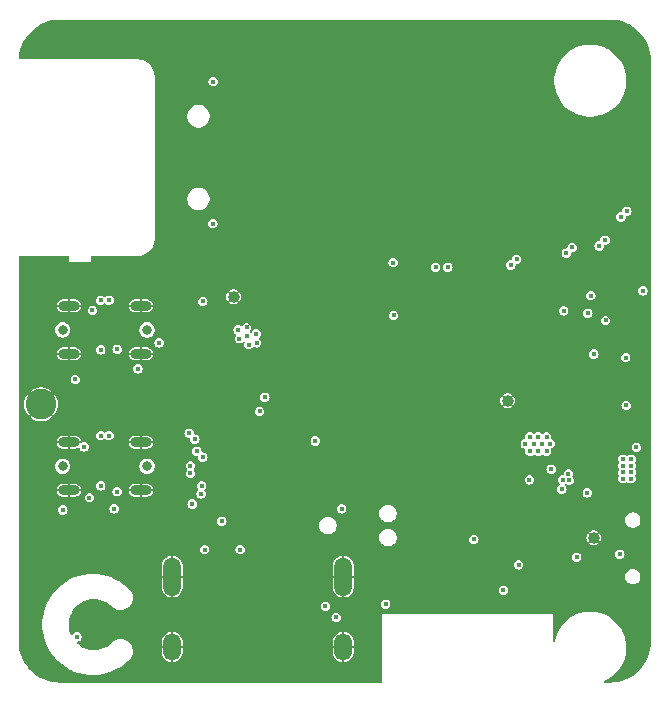
<source format=gbr>
%TF.GenerationSoftware,KiCad,Pcbnew,8.0.7*%
%TF.CreationDate,2024-12-17T16:27:47+01:00*%
%TF.ProjectId,CM5_MINIMA,434d355f-4d49-44e4-994d-412e6b696361,rev?*%
%TF.SameCoordinates,Original*%
%TF.FileFunction,Copper,L2,Inr*%
%TF.FilePolarity,Positive*%
%FSLAX46Y46*%
G04 Gerber Fmt 4.6, Leading zero omitted, Abs format (unit mm)*
G04 Created by KiCad (PCBNEW 8.0.7) date 2024-12-17 16:27:47*
%MOMM*%
%LPD*%
G01*
G04 APERTURE LIST*
%TA.AperFunction,ComponentPad*%
%ADD10C,1.000000*%
%TD*%
%TA.AperFunction,ComponentPad*%
%ADD11C,2.600000*%
%TD*%
%TA.AperFunction,ComponentPad*%
%ADD12C,0.800000*%
%TD*%
%TA.AperFunction,ComponentPad*%
%ADD13O,1.800000X0.860000*%
%TD*%
%TA.AperFunction,ComponentPad*%
%ADD14O,1.500000X3.300000*%
%TD*%
%TA.AperFunction,ComponentPad*%
%ADD15O,1.500000X2.300000*%
%TD*%
%TA.AperFunction,ViaPad*%
%ADD16C,0.450000*%
%TD*%
G04 APERTURE END LIST*
D10*
%TO.N,GND*%
%TO.C,TP104*%
X18750000Y33200000D03*
%TD*%
D11*
%TO.N,GND*%
%TO.C,H101*%
X2450000Y24100000D03*
%TD*%
D12*
%TO.N,*%
%TO.C,J101*%
X11430000Y30400000D03*
X4270000Y30400000D03*
D13*
%TO.N,GND*%
X10900000Y28370000D03*
X10900000Y32430000D03*
X4800000Y28370000D03*
X4800000Y32430000D03*
%TD*%
D10*
%TO.N,GND*%
%TO.C,TP105*%
X41950000Y24400000D03*
%TD*%
D14*
%TO.N,GND*%
%TO.C,J501*%
X28050000Y9500000D03*
X13550000Y9500000D03*
D15*
X13550000Y3540000D03*
X28050000Y3540000D03*
%TD*%
D12*
%TO.N,*%
%TO.C,USB701*%
X11430000Y18850000D03*
X4270000Y18850000D03*
D13*
%TO.N,GND*%
X10900000Y16820000D03*
X10900000Y20880000D03*
X4800000Y16820000D03*
X4800000Y20880000D03*
%TD*%
D10*
%TO.N,GND*%
%TO.C,TP106*%
X49250000Y12800000D03*
%TD*%
D16*
%TO.N,GND*%
X6650000Y3700000D03*
X40650000Y43750000D03*
X7300000Y55200000D03*
X14650000Y33600000D03*
X22950000Y41400000D03*
X40100000Y10300000D03*
X7300000Y25800000D03*
X37500000Y48750000D03*
X18300000Y26150000D03*
X9900000Y13800000D03*
X16300000Y22800000D03*
X27850000Y46350000D03*
X40600000Y48750000D03*
X11100000Y17900000D03*
X48150000Y37200000D03*
X16150000Y33550000D03*
X34300000Y39300000D03*
X28100000Y39300000D03*
X49550000Y22850000D03*
X4650000Y19800000D03*
X31050000Y5150000D03*
X15850000Y17900000D03*
X34100000Y46350000D03*
X17800000Y17350000D03*
X52000000Y13450000D03*
X47100000Y34050000D03*
X34400000Y41400000D03*
X49400000Y33900000D03*
X47250000Y38100000D03*
X44500000Y6700000D03*
X26550000Y20510000D03*
X31350000Y39300000D03*
X51000000Y35350000D03*
X13200000Y16800000D03*
X50900000Y37650000D03*
X20750000Y17100000D03*
X35900000Y17700000D03*
X32200000Y6650000D03*
X22550000Y14550000D03*
X43600000Y16900000D03*
X28050000Y43800000D03*
X52550000Y6950000D03*
X47150000Y34800000D03*
X17700000Y22800000D03*
X31050000Y900000D03*
X9550000Y15550000D03*
X37500000Y43800000D03*
X13750000Y42900000D03*
X4550000Y33950000D03*
X27100000Y15100000D03*
X52700000Y45300000D03*
X51850000Y39200000D03*
X26900000Y32300000D03*
X44200000Y15600000D03*
X51500000Y10400000D03*
X49100000Y44750000D03*
X14150000Y13850000D03*
X23000000Y46350000D03*
X13250000Y19200000D03*
X16200000Y15800000D03*
X50350000Y47550000D03*
X34400000Y48750000D03*
X13200000Y20400000D03*
X49400000Y31650000D03*
X4600000Y31350000D03*
X25300000Y48900000D03*
X25050000Y43800000D03*
X23800000Y34250000D03*
X43250000Y10000000D03*
X37600000Y25750000D03*
X47200000Y30800000D03*
X45900000Y35500000D03*
X24850000Y39300000D03*
X40300000Y46350000D03*
X48650000Y23250000D03*
X42100000Y39100000D03*
X6750000Y33250000D03*
X31150000Y48750000D03*
X2150000Y54550000D03*
X46250000Y6000000D03*
X28150000Y41400000D03*
X21650000Y25300000D03*
X21800000Y11900000D03*
X9200000Y11650000D03*
X26000000Y7400000D03*
X43850000Y37700000D03*
X40800000Y41150000D03*
X40200000Y15900000D03*
X38200000Y41350000D03*
X21250000Y53700000D03*
X42050000Y7850000D03*
X9250000Y11100000D03*
X46650000Y39600000D03*
X51100000Y42800000D03*
X21650000Y49550000D03*
X46750000Y47000000D03*
X31150000Y41400000D03*
X23300000Y11900000D03*
X28150000Y48750000D03*
X42450000Y35200000D03*
X24800000Y11950000D03*
X51750000Y28850000D03*
X6862190Y32671901D03*
X40250000Y6700000D03*
X17700000Y27600000D03*
X30500000Y15300000D03*
X14850000Y27900000D03*
X40850000Y53650000D03*
X47150000Y26800000D03*
X5800000Y12150000D03*
X42550000Y37100000D03*
X25900000Y17700000D03*
X51950000Y41300000D03*
X3950000Y55750000D03*
X42500000Y15650000D03*
X37600000Y16400000D03*
X17350000Y11950000D03*
X50050000Y38700000D03*
X34550000Y43800000D03*
X9300000Y10550000D03*
X47150000Y28300000D03*
X52850000Y40200000D03*
X4600000Y29450000D03*
X45650000Y44400000D03*
X46550000Y36250000D03*
X4650000Y17900000D03*
X20300000Y11900000D03*
X17000000Y52200000D03*
X18800000Y19000000D03*
X31050000Y3050000D03*
X41700000Y15650000D03*
X49450000Y36750000D03*
X43800000Y42300000D03*
X15200000Y16450000D03*
X35700000Y6650000D03*
X27800000Y35900000D03*
X8750000Y33250000D03*
X16250000Y27600000D03*
X13200000Y18000000D03*
X31300000Y43800000D03*
X32700000Y30960000D03*
X21100000Y49550000D03*
X51850000Y23300000D03*
X21850000Y39300000D03*
X11100000Y31350000D03*
X53550000Y32750000D03*
X24050000Y14550000D03*
X7750000Y11700000D03*
X46200000Y37100000D03*
X47150000Y24850000D03*
X6700000Y7000000D03*
X37450000Y39250000D03*
X22200000Y49550000D03*
X48000000Y42000000D03*
X20600000Y22950000D03*
X18750000Y12550000D03*
X11100000Y19800000D03*
X43750000Y48700000D03*
X13500000Y55000000D03*
X43450000Y36150000D03*
X52650000Y33600000D03*
X46300000Y13500000D03*
X48850000Y32500000D03*
X13250000Y21600000D03*
X15150000Y24000000D03*
X48600000Y26850000D03*
X28050000Y6600000D03*
X50750000Y40200000D03*
X8750000Y32450000D03*
X1800000Y35650000D03*
X43450000Y46300000D03*
X48700000Y15600000D03*
X40700000Y10300000D03*
X37350000Y46350000D03*
X18800000Y20850000D03*
X25150000Y46350000D03*
X34650000Y53650000D03*
X49450000Y27650000D03*
X13250000Y22800000D03*
X30850000Y46350000D03*
X16100000Y20850000D03*
X50750000Y12550000D03*
X22450000Y21100000D03*
X48950000Y37750000D03*
X5650000Y6550000D03*
X21050000Y14550000D03*
X15350000Y22400000D03*
X20750000Y19200000D03*
X41500000Y36100000D03*
X46800000Y14200000D03*
X13800000Y46800000D03*
X51850000Y33450000D03*
X22800000Y49550000D03*
X18800000Y22550000D03*
X51850000Y35150000D03*
X17800000Y15800000D03*
X51950000Y30750000D03*
X25200000Y41400000D03*
%TO.N,/CM5/ETH_PI.TRD3_P*%
X51552512Y39952512D03*
%TO.N,/CM5/ETH_PI.TRD0_P*%
X42215626Y35889398D03*
%TO.N,/CM5/ETH_PI.TRD1_P*%
X46921790Y36883234D03*
%TO.N,/CM5/ETH_PI.TRD2_P*%
X49702512Y37502512D03*
%TO.N,/CM5/nLED_ACTIVITY*%
X49250000Y28350000D03*
%TO.N,/CM5/GPIO_VREF*%
X45650000Y18600000D03*
%TO.N,/CM5/EEPROM_nWP*%
X48750000Y31800000D03*
%TO.N,/CM5/PI_nLED_PWR*%
X52850000Y20450000D03*
%TO.N,/CM5/GLOBAL_EN*%
X51450000Y11400000D03*
%TO.N,/CM5/nLED_SPEED_100_1000*%
X53400000Y33700000D03*
%TO.N,/SCL*%
X25670000Y20990000D03*
X41600000Y8350000D03*
X27440000Y6050000D03*
%TO.N,/SDA*%
X26530000Y7000000D03*
X42875000Y10500000D03*
%TO.N,/CM5/HDMI_PI.HDMI0_D2_P*%
X14981641Y21641442D03*
%TO.N,/CM5/HDMI_PI.HDMI0_CEC*%
X19310000Y11800000D03*
%TO.N,/CM5/HDMI_PI.HDMI0_HOTPLUG*%
X16300000Y11800000D03*
%TO.N,/CM5/HDMI_PI.HDMI0_D1_N*%
X16144681Y19627736D03*
%TO.N,/CM5/HDMI_PI.HDMI0_D2_N*%
X15478739Y21144344D03*
%TO.N,/CM5/PWR_BUT*%
X48700000Y16600000D03*
%TO.N,/CM5/HDMI_PI.HDMI0_CK_P*%
X16050000Y17200000D03*
%TO.N,/CM5/HDMI_PI.HDMI0_D1_P*%
X15647583Y20124834D03*
%TO.N,/CM5/HDMI_PI.HDMI0_D0_P*%
X15101349Y18872889D03*
%TO.N,/CM5/HDMI_PI.HDMI0_CK_N*%
X16014923Y16514923D03*
%TO.N,/CM5/VBUS_EN*%
X16150000Y32800000D03*
X8650000Y15250000D03*
X4300000Y15150000D03*
%TO.N,/CM5/HDMI_PI.HDMI0_SDA*%
X17750000Y14200000D03*
%TO.N,/CM5/HDMI_PI.HDMI0_D0_N*%
X15099995Y18247888D03*
%TO.N,/CM5/PWM*%
X50250000Y31200000D03*
%TO.N,/CM5/TACHO*%
X46700000Y32000000D03*
%TO.N,/CM5/HDMI_PI.HDMI0_SCL*%
X15250000Y15650000D03*
%TO.N,/USB_C.D_P*%
X7498500Y32901410D03*
%TO.N,/CC2*%
X6800000Y32050000D03*
X20950000Y23500000D03*
X10650000Y27100000D03*
%TO.N,/USB_C.D_N*%
X7500000Y28700000D03*
X8201500Y32901410D03*
%TO.N,/CC1*%
X12450000Y29300000D03*
X8900000Y28750000D03*
X21400000Y24700000D03*
%TO.N,+5V*%
X44550000Y21350000D03*
X52400000Y19450000D03*
X43850000Y21350000D03*
X52400000Y18900000D03*
X51950000Y28050000D03*
X19850000Y30600000D03*
X19150000Y30395000D03*
X43850000Y20100000D03*
X51700000Y19450000D03*
X20050000Y29150000D03*
X43450000Y20750000D03*
X45250000Y21350000D03*
X20700000Y29300000D03*
X44150000Y20750000D03*
X52400000Y17800000D03*
X45550000Y20750000D03*
X51700000Y18900000D03*
X51700000Y17800000D03*
X52000000Y24000000D03*
X45250000Y20100000D03*
X44550000Y20100000D03*
X52400000Y18350000D03*
X51700000Y18350000D03*
X19900000Y29850000D03*
X20650000Y30050000D03*
X44850000Y20750000D03*
X19250000Y29650000D03*
%TO.N,+3V3*%
X39100000Y12650000D03*
X32300000Y31625000D03*
X32260000Y36100000D03*
X31625000Y7175000D03*
X47800000Y11150000D03*
X46600000Y17700000D03*
X47150000Y17650000D03*
X17025000Y51425000D03*
X47100000Y18200000D03*
X27900000Y15250000D03*
X17000000Y39400000D03*
X5482109Y4410903D03*
X43800000Y17700000D03*
%TO.N,+1V8*%
X46550000Y16900000D03*
%TO.N,/CM5/ETH_nLED_ACTIVITY*%
X49000000Y33300000D03*
%TO.N,/CM5/ETH_PI.TRD0_N*%
X42710602Y36384374D03*
%TO.N,/CM5/ETH_PI.TRD2_N*%
X50197488Y37997488D03*
%TO.N,/CM5/ETH_PI.TRD1_N*%
X47416766Y37378210D03*
%TO.N,/CM5/ETH_PI.TRD3_N*%
X52047488Y40447488D03*
%TO.N,/LoRaWAN/UART2_RX*%
X36900000Y35700000D03*
%TO.N,/LoRaWAN/UART2_TX*%
X35850000Y35700000D03*
%TO.N,/USB/VBUS*%
X6550000Y16200000D03*
X6100000Y20500000D03*
%TO.N,/USB/CC1*%
X8900000Y16700000D03*
X5350000Y26200000D03*
%TO.N,/CM5/USB2P.D_P*%
X7500000Y21450000D03*
%TO.N,/CM5/USB2P.D_N*%
X8200000Y21450000D03*
X7500000Y17200000D03*
%TD*%
%TA.AperFunction,Conductor*%
%TO.N,GND*%
G36*
X50535684Y56669499D02*
G01*
X50599757Y56669500D01*
X50603387Y56669411D01*
X50622963Y56668450D01*
X50940973Y56652829D01*
X50948173Y56652120D01*
X51280709Y56602795D01*
X51287824Y56601379D01*
X51613922Y56519698D01*
X51620836Y56517601D01*
X51937358Y56404349D01*
X51944066Y56401570D01*
X52144517Y56306766D01*
X52247958Y56257843D01*
X52254335Y56254435D01*
X52542690Y56081604D01*
X52548722Y56077573D01*
X52818727Y55877326D01*
X52824341Y55872719D01*
X53073423Y55646966D01*
X53078550Y55641839D01*
X53304307Y55392756D01*
X53308907Y55387151D01*
X53509154Y55117149D01*
X53513189Y55111111D01*
X53686013Y54822773D01*
X53689436Y54816368D01*
X53833159Y54512493D01*
X53835938Y54505784D01*
X53949186Y54189278D01*
X53951294Y54182329D01*
X54032974Y53856250D01*
X54034391Y53849127D01*
X54083715Y53516611D01*
X54084427Y53509384D01*
X54100984Y53172362D01*
X54101073Y53168731D01*
X54101073Y4031820D01*
X54100984Y4028189D01*
X54084400Y3690619D01*
X54083688Y3683392D01*
X54034363Y3350877D01*
X54032946Y3343755D01*
X53951270Y3017682D01*
X53949162Y3010732D01*
X53835913Y2694227D01*
X53833134Y2687518D01*
X53689412Y2383645D01*
X53685989Y2377240D01*
X53513167Y2088905D01*
X53509132Y2082867D01*
X53308890Y1812873D01*
X53304283Y1807259D01*
X53078529Y1558180D01*
X53073394Y1553046D01*
X52824334Y1327312D01*
X52818720Y1322704D01*
X52548702Y1122447D01*
X52542664Y1118413D01*
X52254344Y945602D01*
X52247940Y942179D01*
X51944057Y798456D01*
X51937348Y795677D01*
X51620849Y682433D01*
X51613899Y680325D01*
X51287821Y598648D01*
X51280698Y597231D01*
X50948185Y547910D01*
X50940958Y547198D01*
X50602840Y530590D01*
X50599210Y530501D01*
X50531155Y530501D01*
X50531139Y530500D01*
X50135321Y530500D01*
X50082995Y552174D01*
X50061321Y604500D01*
X50082995Y656826D01*
X50110881Y674347D01*
X50119208Y677261D01*
X50119212Y677264D01*
X50119215Y677264D01*
X50427910Y825924D01*
X50718018Y1008211D01*
X50985893Y1221834D01*
X51228166Y1464107D01*
X51441789Y1731982D01*
X51624076Y2022090D01*
X51772736Y2330785D01*
X51772736Y2330788D01*
X51772739Y2330792D01*
X51853177Y2560675D01*
X51885897Y2654183D01*
X51962139Y2988217D01*
X52000500Y3328688D01*
X52000500Y3671312D01*
X51962139Y4011783D01*
X51913445Y4225124D01*
X51885898Y4345813D01*
X51885892Y4345831D01*
X51772739Y4669209D01*
X51723968Y4770483D01*
X51624076Y4977910D01*
X51441789Y5268018D01*
X51228166Y5535893D01*
X50985893Y5778166D01*
X50718018Y5991789D01*
X50427910Y6174076D01*
X50425360Y6175304D01*
X50119208Y6322740D01*
X49795830Y6435893D01*
X49795812Y6435899D01*
X49461786Y6512139D01*
X49315866Y6528580D01*
X49121312Y6550500D01*
X48778688Y6550500D01*
X48608452Y6531320D01*
X48438213Y6512139D01*
X48104187Y6435899D01*
X48104169Y6435893D01*
X47780791Y6322740D01*
X47472091Y6174077D01*
X47181981Y5991789D01*
X46914103Y5778163D01*
X46671837Y5535897D01*
X46458211Y5268019D01*
X46275923Y4977909D01*
X46127260Y4669209D01*
X46014107Y4345831D01*
X46014101Y4345813D01*
X45946145Y4048077D01*
X45913370Y4001886D01*
X45857533Y3992399D01*
X45811342Y4025174D01*
X45800000Y4064544D01*
X45800000Y6350000D01*
X31350000Y6350000D01*
X31350000Y604500D01*
X31328326Y552174D01*
X31276000Y530500D01*
X4051819Y530500D01*
X4048188Y530589D01*
X3710617Y547173D01*
X3703390Y547885D01*
X3370873Y597210D01*
X3363751Y598627D01*
X3051191Y676919D01*
X3037677Y680304D01*
X3030728Y682411D01*
X2714221Y795660D01*
X2707512Y798439D01*
X2403637Y942161D01*
X2397232Y945584D01*
X2108896Y1118406D01*
X2102858Y1122441D01*
X1832857Y1322688D01*
X1827244Y1327295D01*
X1578173Y1553039D01*
X1573038Y1558174D01*
X1526447Y1609579D01*
X1347294Y1807245D01*
X1342687Y1812858D01*
X1142440Y2082859D01*
X1138405Y2088897D01*
X1119999Y2119606D01*
X965579Y2377241D01*
X962160Y2383638D01*
X952164Y2404772D01*
X818436Y2687518D01*
X815659Y2694222D01*
X805302Y2723168D01*
X702406Y3010742D01*
X700306Y3017665D01*
X618625Y3343755D01*
X617209Y3350874D01*
X610082Y3398922D01*
X567882Y3683406D01*
X567173Y3690604D01*
X550589Y4028189D01*
X550501Y4031843D01*
X550612Y4216306D01*
X551482Y5657486D01*
X2564869Y5657486D01*
X2564869Y5248693D01*
X2603780Y4841770D01*
X2603782Y4841753D01*
X2660133Y4549769D01*
X2681246Y4440376D01*
X2788917Y4074197D01*
X2796567Y4048179D01*
X2948687Y3668758D01*
X2948692Y3668749D01*
X3136225Y3305546D01*
X3136229Y3305539D01*
X3136235Y3305528D01*
X3254304Y3122114D01*
X3321529Y3017682D01*
X3357503Y2961799D01*
X3610483Y2640691D01*
X3881160Y2357384D01*
X3892887Y2345110D01*
X3892890Y2345108D01*
X4202115Y2077774D01*
X4202119Y2077771D01*
X4202123Y2077768D01*
X4535411Y1841065D01*
X4724953Y1731982D01*
X4889719Y1637157D01*
X5063348Y1558180D01*
X5261820Y1467902D01*
X5261825Y1467901D01*
X5261828Y1467899D01*
X5648330Y1334836D01*
X5648345Y1334831D01*
X6045780Y1239153D01*
X6450519Y1181738D01*
X6858884Y1163107D01*
X7267169Y1183429D01*
X7671665Y1242520D01*
X8068701Y1339843D01*
X8454672Y1474514D01*
X8826072Y1645311D01*
X9179529Y1850682D01*
X9511834Y2088764D01*
X9819969Y2357393D01*
X9914912Y2457583D01*
X9925178Y2466182D01*
X9927558Y2468242D01*
X9927563Y2468244D01*
X9965274Y2510673D01*
X9966861Y2512401D01*
X10005884Y2553584D01*
X10005886Y2553590D01*
X10007909Y2556377D01*
X10015398Y2567060D01*
X10035024Y2589148D01*
X10133825Y2753464D01*
X10200669Y2933167D01*
X10233268Y3122108D01*
X10230506Y3313821D01*
X10192478Y3501745D01*
X10163919Y3572238D01*
X10120488Y3679443D01*
X10120486Y3679448D01*
X10016993Y3840850D01*
X9918158Y3945792D01*
X9885546Y3980420D01*
X9885543Y3980422D01*
X9885540Y3980426D01*
X9822127Y4026672D01*
X12670000Y4026672D01*
X12670000Y3618500D01*
X13100000Y3618500D01*
X13100000Y3461500D01*
X12670000Y3461500D01*
X12670000Y3053329D01*
X12703816Y2883320D01*
X12703818Y2883313D01*
X12770152Y2723168D01*
X12866458Y2579034D01*
X12989033Y2456459D01*
X13133167Y2360153D01*
X13293312Y2293819D01*
X13293319Y2293817D01*
X13463329Y2260000D01*
X13471500Y2260000D01*
X13471500Y2695160D01*
X13490756Y2690000D01*
X13609244Y2690000D01*
X13628500Y2695160D01*
X13628500Y2260000D01*
X13636671Y2260000D01*
X13806680Y2293817D01*
X13806687Y2293819D01*
X13966832Y2360153D01*
X14110966Y2456459D01*
X14110968Y2456460D01*
X14233540Y2579032D01*
X14233541Y2579034D01*
X14329847Y2723168D01*
X14396181Y2883313D01*
X14396183Y2883320D01*
X14430000Y3053329D01*
X14430000Y3461500D01*
X14000000Y3461500D01*
X14000000Y3618500D01*
X14430000Y3618500D01*
X14430000Y4026672D01*
X27170000Y4026672D01*
X27170000Y3618500D01*
X27600000Y3618500D01*
X27600000Y3461500D01*
X27170000Y3461500D01*
X27170000Y3053329D01*
X27203816Y2883320D01*
X27203818Y2883313D01*
X27270152Y2723168D01*
X27366458Y2579034D01*
X27489033Y2456459D01*
X27633167Y2360153D01*
X27793312Y2293819D01*
X27793319Y2293817D01*
X27963329Y2260000D01*
X27971500Y2260000D01*
X27971500Y2695160D01*
X27990756Y2690000D01*
X28109244Y2690000D01*
X28128500Y2695160D01*
X28128500Y2260000D01*
X28136671Y2260000D01*
X28306680Y2293817D01*
X28306687Y2293819D01*
X28466832Y2360153D01*
X28610966Y2456459D01*
X28610968Y2456460D01*
X28733540Y2579032D01*
X28733541Y2579034D01*
X28829847Y2723168D01*
X28896181Y2883313D01*
X28896183Y2883320D01*
X28930000Y3053329D01*
X28930000Y3461500D01*
X28500000Y3461500D01*
X28500000Y3618500D01*
X28930000Y3618500D01*
X28930000Y4026672D01*
X28896183Y4196681D01*
X28896181Y4196688D01*
X28829847Y4356833D01*
X28733541Y4500967D01*
X28610966Y4623542D01*
X28466832Y4719848D01*
X28306687Y4786182D01*
X28306680Y4786184D01*
X28136671Y4820000D01*
X28128500Y4820000D01*
X28128500Y4384841D01*
X28109244Y4390000D01*
X27990756Y4390000D01*
X27971500Y4384841D01*
X27971500Y4820000D01*
X27963329Y4820000D01*
X27793319Y4786184D01*
X27793312Y4786182D01*
X27633167Y4719848D01*
X27489033Y4623542D01*
X27489032Y4623540D01*
X27366460Y4500968D01*
X27366458Y4500967D01*
X27270152Y4356833D01*
X27203818Y4196688D01*
X27203816Y4196681D01*
X27170000Y4026672D01*
X14430000Y4026672D01*
X14396183Y4196681D01*
X14396181Y4196688D01*
X14329847Y4356833D01*
X14233541Y4500967D01*
X14110966Y4623542D01*
X13966832Y4719848D01*
X13806687Y4786182D01*
X13806680Y4786184D01*
X13636671Y4820000D01*
X13628500Y4820000D01*
X13628500Y4384841D01*
X13609244Y4390000D01*
X13490756Y4390000D01*
X13471500Y4384841D01*
X13471500Y4820000D01*
X13463329Y4820000D01*
X13293319Y4786184D01*
X13293312Y4786182D01*
X13133167Y4719848D01*
X12989033Y4623542D01*
X12989032Y4623540D01*
X12866460Y4500968D01*
X12866458Y4500967D01*
X12770152Y4356833D01*
X12703818Y4196688D01*
X12703816Y4196681D01*
X12670000Y4026672D01*
X9822127Y4026672D01*
X9820047Y4028189D01*
X9730629Y4093400D01*
X9730625Y4093402D01*
X9557558Y4175907D01*
X9557555Y4175908D01*
X9372247Y4225124D01*
X9181044Y4239364D01*
X9181042Y4239364D01*
X9181040Y4239364D01*
X9181035Y4239364D01*
X8990497Y4218142D01*
X8990486Y4218140D01*
X8807103Y4162180D01*
X8807102Y4162179D01*
X8637168Y4073401D01*
X8486486Y3954832D01*
X8446150Y3908758D01*
X8438435Y3901150D01*
X8235448Y3728388D01*
X8227497Y3722490D01*
X7993729Y3572238D01*
X7985062Y3567455D01*
X7733339Y3449755D01*
X7724111Y3446171D01*
X7458925Y3363122D01*
X7449301Y3360802D01*
X7175407Y3313893D01*
X7165559Y3312878D01*
X6887848Y3302949D01*
X6877954Y3303258D01*
X6601408Y3330484D01*
X6591642Y3332111D01*
X6321207Y3396007D01*
X6311747Y3398922D01*
X6052250Y3498347D01*
X6043263Y3502500D01*
X5799369Y3635667D01*
X5791021Y3640979D01*
X5567082Y3805510D01*
X5559514Y3811892D01*
X5483181Y3885544D01*
X5460575Y3937474D01*
X5481310Y3990179D01*
X5522985Y4011886D01*
X5607413Y4025257D01*
X5720451Y4082853D01*
X5810159Y4172561D01*
X5867755Y4285599D01*
X5887601Y4410903D01*
X5867755Y4536207D01*
X5810159Y4649245D01*
X5720451Y4738953D01*
X5607413Y4796549D01*
X5607411Y4796550D01*
X5607410Y4796550D01*
X5482109Y4816395D01*
X5356807Y4796550D01*
X5243765Y4738952D01*
X5154059Y4649246D01*
X5119850Y4582107D01*
X5076783Y4545325D01*
X5020320Y4549769D01*
X4985805Y4586775D01*
X4919944Y4741843D01*
X4916692Y4751193D01*
X4843173Y5019172D01*
X4841198Y5028872D01*
X4804103Y5304288D01*
X4803442Y5314139D01*
X4803442Y5592035D01*
X4804104Y5601911D01*
X4841194Y5877313D01*
X4843169Y5887014D01*
X4887883Y6050000D01*
X27034508Y6050000D01*
X27054353Y5924699D01*
X27054353Y5924698D01*
X27054354Y5924696D01*
X27111950Y5811658D01*
X27201658Y5721950D01*
X27314696Y5664354D01*
X27440000Y5644508D01*
X27565304Y5664354D01*
X27678342Y5721950D01*
X27768050Y5811658D01*
X27825646Y5924696D01*
X27845492Y6050000D01*
X27825646Y6175304D01*
X27768050Y6288342D01*
X27678342Y6378050D01*
X27565304Y6435646D01*
X27565302Y6435647D01*
X27565301Y6435647D01*
X27440000Y6455492D01*
X27314698Y6435647D01*
X27201656Y6378049D01*
X27111951Y6288344D01*
X27054353Y6175302D01*
X27034508Y6050000D01*
X4887883Y6050000D01*
X4916688Y6154996D01*
X4919934Y6164332D01*
X5028578Y6420138D01*
X5033032Y6428935D01*
X5174848Y6667950D01*
X5180437Y6676076D01*
X5352884Y6894017D01*
X5359513Y6901331D01*
X5559503Y7094300D01*
X5567060Y7100673D01*
X5791011Y7265216D01*
X5799345Y7270520D01*
X6043264Y7403703D01*
X6052234Y7407847D01*
X6311728Y7507274D01*
X6321181Y7510188D01*
X6591643Y7574090D01*
X6601375Y7575712D01*
X6877942Y7602944D01*
X6887830Y7603252D01*
X7165557Y7593323D01*
X7175380Y7592311D01*
X7449295Y7545402D01*
X7458903Y7543085D01*
X7724107Y7460032D01*
X7733315Y7456456D01*
X7985058Y7338749D01*
X7993707Y7333976D01*
X8227487Y7183720D01*
X8235427Y7177830D01*
X8326080Y7100677D01*
X8438423Y7005063D01*
X8446141Y6997452D01*
X8486464Y6951389D01*
X8637135Y6832822D01*
X8637141Y6832818D01*
X8773340Y6761658D01*
X8807078Y6744031D01*
X8913497Y6711555D01*
X8990462Y6688066D01*
X8990464Y6688066D01*
X8990466Y6688065D01*
X9181024Y6666837D01*
X9372232Y6681074D01*
X9557546Y6730288D01*
X9730623Y6812796D01*
X9885540Y6925774D01*
X9955446Y7000000D01*
X26124508Y7000000D01*
X26144353Y6874699D01*
X26144353Y6874698D01*
X26144354Y6874696D01*
X26201950Y6761658D01*
X26291658Y6671950D01*
X26404696Y6614354D01*
X26530000Y6594508D01*
X26655304Y6614354D01*
X26768342Y6671950D01*
X26858050Y6761658D01*
X26915646Y6874696D01*
X26935492Y7000000D01*
X26915646Y7125304D01*
X26890325Y7175000D01*
X31219508Y7175000D01*
X31239353Y7049699D01*
X31239353Y7049698D01*
X31239354Y7049696D01*
X31296950Y6936658D01*
X31386658Y6846950D01*
X31499696Y6789354D01*
X31625000Y6769508D01*
X31750304Y6789354D01*
X31863342Y6846950D01*
X31953050Y6936658D01*
X32010646Y7049696D01*
X32030492Y7175000D01*
X32010646Y7300304D01*
X31953050Y7413342D01*
X31863342Y7503050D01*
X31750304Y7560646D01*
X31750302Y7560647D01*
X31750301Y7560647D01*
X31625000Y7580492D01*
X31499698Y7560647D01*
X31386656Y7503049D01*
X31296951Y7413344D01*
X31239353Y7300302D01*
X31219508Y7175000D01*
X26890325Y7175000D01*
X26858050Y7238342D01*
X26768342Y7328050D01*
X26655304Y7385646D01*
X26655302Y7385647D01*
X26655301Y7385647D01*
X26530000Y7405492D01*
X26404698Y7385647D01*
X26291656Y7328049D01*
X26201951Y7238344D01*
X26144353Y7125302D01*
X26124508Y7000000D01*
X9955446Y7000000D01*
X10016996Y7065354D01*
X10120490Y7226761D01*
X10192482Y7404469D01*
X10194278Y7413342D01*
X10203425Y7458553D01*
X10230508Y7592398D01*
X10233266Y7784116D01*
X10200661Y7973060D01*
X10133810Y8152766D01*
X10035001Y8317083D01*
X10029127Y8323694D01*
X10015433Y8339107D01*
X10007564Y8350327D01*
X10005884Y8352643D01*
X10005883Y8352646D01*
X10005880Y8352649D01*
X10005878Y8352652D01*
X9966851Y8393839D01*
X9965281Y8395549D01*
X9927548Y8437997D01*
X9927547Y8437998D01*
X9927545Y8438000D01*
X9925606Y8439678D01*
X9914834Y8448700D01*
X9819953Y8548823D01*
X9805919Y8561058D01*
X9511821Y8817447D01*
X9511818Y8817449D01*
X9511816Y8817451D01*
X9179509Y9055530D01*
X9179501Y9055536D01*
X8826054Y9260898D01*
X8826051Y9260900D01*
X8655255Y9339444D01*
X8454649Y9431696D01*
X8068680Y9566364D01*
X7671643Y9663684D01*
X7267150Y9722773D01*
X7063003Y9732933D01*
X6858861Y9743093D01*
X6858858Y9743093D01*
X6858857Y9743093D01*
X6450498Y9724461D01*
X6045773Y9667046D01*
X6045764Y9667044D01*
X6045758Y9667043D01*
X5883840Y9628063D01*
X5648311Y9571361D01*
X5261807Y9438293D01*
X5261796Y9438288D01*
X4889699Y9269033D01*
X4535386Y9065119D01*
X4202107Y8828421D01*
X3892853Y8561058D01*
X3892848Y8561054D01*
X3610478Y8265504D01*
X3610475Y8265501D01*
X3357486Y7944379D01*
X3192024Y7687337D01*
X3136223Y7600652D01*
X3088009Y7507272D01*
X2948679Y7237425D01*
X2948673Y7237413D01*
X2796563Y6858009D01*
X2796558Y6857995D01*
X2681239Y6465794D01*
X2603777Y6064418D01*
X2603776Y6064416D01*
X2564869Y5657486D01*
X551482Y5657486D01*
X554398Y10486672D01*
X12670000Y10486672D01*
X12670000Y9578500D01*
X13100000Y9578500D01*
X13100000Y9421500D01*
X12670000Y9421500D01*
X12670000Y8513329D01*
X12703816Y8343320D01*
X12703818Y8343313D01*
X12770152Y8183168D01*
X12866458Y8039034D01*
X12989033Y7916459D01*
X13133167Y7820153D01*
X13293312Y7753819D01*
X13293319Y7753817D01*
X13463329Y7720000D01*
X13471500Y7720000D01*
X13471500Y8155160D01*
X13490756Y8150000D01*
X13609244Y8150000D01*
X13628500Y8155160D01*
X13628500Y7720000D01*
X13636671Y7720000D01*
X13806680Y7753817D01*
X13806687Y7753819D01*
X13966832Y7820153D01*
X14110966Y7916459D01*
X14110968Y7916460D01*
X14233540Y8039032D01*
X14233541Y8039034D01*
X14329847Y8183168D01*
X14396181Y8343313D01*
X14396183Y8343320D01*
X14430000Y8513329D01*
X14430000Y9421500D01*
X14000000Y9421500D01*
X14000000Y9578500D01*
X14430000Y9578500D01*
X14430000Y10486672D01*
X27170000Y10486672D01*
X27170000Y9578500D01*
X27600000Y9578500D01*
X27600000Y9421500D01*
X27170000Y9421500D01*
X27170000Y8513329D01*
X27203816Y8343320D01*
X27203818Y8343313D01*
X27270152Y8183168D01*
X27366458Y8039034D01*
X27489033Y7916459D01*
X27633167Y7820153D01*
X27793312Y7753819D01*
X27793319Y7753817D01*
X27963329Y7720000D01*
X27971500Y7720000D01*
X27971500Y8155160D01*
X27990756Y8150000D01*
X28109244Y8150000D01*
X28128500Y8155160D01*
X28128500Y7720000D01*
X28136671Y7720000D01*
X28306680Y7753817D01*
X28306687Y7753819D01*
X28466832Y7820153D01*
X28610966Y7916459D01*
X28610968Y7916460D01*
X28733540Y8039032D01*
X28733541Y8039034D01*
X28829847Y8183168D01*
X28896181Y8343313D01*
X28896183Y8343320D01*
X28897512Y8350000D01*
X41194508Y8350000D01*
X41214353Y8224699D01*
X41214353Y8224698D01*
X41214354Y8224696D01*
X41271950Y8111658D01*
X41361658Y8021950D01*
X41474696Y7964354D01*
X41600000Y7944508D01*
X41725304Y7964354D01*
X41838342Y8021950D01*
X41928050Y8111658D01*
X41985646Y8224696D01*
X42005492Y8350000D01*
X41985646Y8475304D01*
X41928050Y8588342D01*
X41838342Y8678050D01*
X41725304Y8735646D01*
X41725302Y8735647D01*
X41725301Y8735647D01*
X41600000Y8755492D01*
X41474698Y8735647D01*
X41361656Y8678049D01*
X41271951Y8588344D01*
X41214353Y8475302D01*
X41194508Y8350000D01*
X28897512Y8350000D01*
X28930000Y8513329D01*
X28930000Y9421500D01*
X28500000Y9421500D01*
X28500000Y9564069D01*
X51899500Y9564069D01*
X51899500Y9435931D01*
X51900343Y9431695D01*
X51924497Y9310261D01*
X51924498Y9310258D01*
X51924499Y9310256D01*
X51973535Y9191873D01*
X52044724Y9085331D01*
X52135331Y8994724D01*
X52241873Y8923535D01*
X52360256Y8874499D01*
X52360258Y8874499D01*
X52360260Y8874498D01*
X52402903Y8866016D01*
X52485931Y8849500D01*
X52485933Y8849500D01*
X52614067Y8849500D01*
X52614069Y8849500D01*
X52739744Y8874499D01*
X52858127Y8923535D01*
X52964669Y8994724D01*
X53055276Y9085331D01*
X53126465Y9191873D01*
X53175501Y9310256D01*
X53200500Y9435931D01*
X53200500Y9564069D01*
X53175501Y9689744D01*
X53126465Y9808127D01*
X53055276Y9914669D01*
X52964669Y10005276D01*
X52858127Y10076465D01*
X52858124Y10076467D01*
X52858123Y10076467D01*
X52739742Y10125502D01*
X52739739Y10125503D01*
X52649696Y10143414D01*
X52614069Y10150500D01*
X52485931Y10150500D01*
X52454726Y10144293D01*
X52360260Y10125503D01*
X52360257Y10125502D01*
X52241876Y10076467D01*
X52135331Y10005277D01*
X52135330Y10005275D01*
X52044725Y9914670D01*
X52044723Y9914669D01*
X51973533Y9808124D01*
X51924498Y9689743D01*
X51924497Y9689740D01*
X51903043Y9581883D01*
X51899500Y9564069D01*
X28500000Y9564069D01*
X28500000Y9578500D01*
X28930000Y9578500D01*
X28930000Y10486672D01*
X28927349Y10500000D01*
X42469508Y10500000D01*
X42489353Y10374699D01*
X42489353Y10374698D01*
X42489354Y10374696D01*
X42546950Y10261658D01*
X42636658Y10171950D01*
X42749696Y10114354D01*
X42875000Y10094508D01*
X43000304Y10114354D01*
X43113342Y10171950D01*
X43203050Y10261658D01*
X43260646Y10374696D01*
X43280492Y10500000D01*
X43260646Y10625304D01*
X43203050Y10738342D01*
X43113342Y10828050D01*
X43000304Y10885646D01*
X43000302Y10885647D01*
X43000301Y10885647D01*
X42875000Y10905492D01*
X42749698Y10885647D01*
X42636656Y10828049D01*
X42546951Y10738344D01*
X42489353Y10625302D01*
X42469508Y10500000D01*
X28927349Y10500000D01*
X28896183Y10656681D01*
X28896181Y10656688D01*
X28829847Y10816833D01*
X28733541Y10960967D01*
X28610966Y11083542D01*
X28511503Y11150000D01*
X47394508Y11150000D01*
X47414353Y11024699D01*
X47414353Y11024698D01*
X47414354Y11024696D01*
X47471950Y10911658D01*
X47561658Y10821950D01*
X47674696Y10764354D01*
X47800000Y10744508D01*
X47925304Y10764354D01*
X48038342Y10821950D01*
X48128050Y10911658D01*
X48185646Y11024696D01*
X48205492Y11150000D01*
X48185646Y11275304D01*
X48128050Y11388342D01*
X48116392Y11400000D01*
X51044508Y11400000D01*
X51064353Y11274699D01*
X51064353Y11274698D01*
X51064354Y11274696D01*
X51121950Y11161658D01*
X51211658Y11071950D01*
X51324696Y11014354D01*
X51450000Y10994508D01*
X51575304Y11014354D01*
X51688342Y11071950D01*
X51778050Y11161658D01*
X51835646Y11274696D01*
X51855492Y11400000D01*
X51835646Y11525304D01*
X51778050Y11638342D01*
X51688342Y11728050D01*
X51575304Y11785646D01*
X51575302Y11785647D01*
X51575301Y11785647D01*
X51450000Y11805492D01*
X51324698Y11785647D01*
X51211656Y11728049D01*
X51121951Y11638344D01*
X51064353Y11525302D01*
X51044508Y11400000D01*
X48116392Y11400000D01*
X48038342Y11478050D01*
X47925304Y11535646D01*
X47925302Y11535647D01*
X47925301Y11535647D01*
X47800000Y11555492D01*
X47674698Y11535647D01*
X47561656Y11478049D01*
X47471951Y11388344D01*
X47414353Y11275302D01*
X47394508Y11150000D01*
X28511503Y11150000D01*
X28466832Y11179848D01*
X28306687Y11246182D01*
X28306680Y11246184D01*
X28136671Y11280000D01*
X28128500Y11280000D01*
X28128500Y10844841D01*
X28109244Y10850000D01*
X27990756Y10850000D01*
X27971500Y10844841D01*
X27971500Y11280000D01*
X27963329Y11280000D01*
X27793319Y11246184D01*
X27793312Y11246182D01*
X27633167Y11179848D01*
X27489033Y11083542D01*
X27489032Y11083540D01*
X27366460Y10960968D01*
X27366458Y10960967D01*
X27270152Y10816833D01*
X27203818Y10656688D01*
X27203816Y10656681D01*
X27170000Y10486672D01*
X14430000Y10486672D01*
X14396183Y10656681D01*
X14396181Y10656688D01*
X14329847Y10816833D01*
X14233541Y10960967D01*
X14110966Y11083542D01*
X13966832Y11179848D01*
X13806687Y11246182D01*
X13806680Y11246184D01*
X13636671Y11280000D01*
X13628500Y11280000D01*
X13628500Y10844841D01*
X13609244Y10850000D01*
X13490756Y10850000D01*
X13471500Y10844841D01*
X13471500Y11280000D01*
X13463329Y11280000D01*
X13293319Y11246184D01*
X13293312Y11246182D01*
X13133167Y11179848D01*
X12989033Y11083542D01*
X12989032Y11083540D01*
X12866460Y10960968D01*
X12866458Y10960967D01*
X12770152Y10816833D01*
X12703818Y10656688D01*
X12703816Y10656681D01*
X12670000Y10486672D01*
X554398Y10486672D01*
X555191Y11800000D01*
X15894508Y11800000D01*
X15914353Y11674699D01*
X15914353Y11674698D01*
X15914354Y11674696D01*
X15971950Y11561658D01*
X16061658Y11471950D01*
X16174696Y11414354D01*
X16300000Y11394508D01*
X16425304Y11414354D01*
X16538342Y11471950D01*
X16628050Y11561658D01*
X16685646Y11674696D01*
X16705492Y11800000D01*
X18904508Y11800000D01*
X18924353Y11674699D01*
X18924353Y11674698D01*
X18924354Y11674696D01*
X18981950Y11561658D01*
X19071658Y11471950D01*
X19184696Y11414354D01*
X19310000Y11394508D01*
X19435304Y11414354D01*
X19548342Y11471950D01*
X19638050Y11561658D01*
X19695646Y11674696D01*
X19715492Y11800000D01*
X19695646Y11925304D01*
X19638050Y12038342D01*
X19548342Y12128050D01*
X19435304Y12185646D01*
X19435302Y12185647D01*
X19435301Y12185647D01*
X19310000Y12205492D01*
X19184698Y12185647D01*
X19071656Y12128049D01*
X18981951Y12038344D01*
X18924353Y11925302D01*
X18904508Y11800000D01*
X16705492Y11800000D01*
X16685646Y11925304D01*
X16628050Y12038342D01*
X16538342Y12128050D01*
X16425304Y12185646D01*
X16425302Y12185647D01*
X16425301Y12185647D01*
X16300000Y12205492D01*
X16174698Y12185647D01*
X16061656Y12128049D01*
X15971951Y12038344D01*
X15914353Y11925302D01*
X15894508Y11800000D01*
X555191Y11800000D01*
X555851Y12892455D01*
X31074200Y12892455D01*
X31074200Y12745546D01*
X31102858Y12601465D01*
X31102861Y12601454D01*
X31159078Y12465734D01*
X31195210Y12411658D01*
X31240699Y12343580D01*
X31344580Y12239699D01*
X31466731Y12158080D01*
X31602458Y12101860D01*
X31746545Y12073200D01*
X31893455Y12073200D01*
X32037542Y12101860D01*
X32173269Y12158080D01*
X32295420Y12239699D01*
X32399301Y12343580D01*
X32480920Y12465731D01*
X32537140Y12601458D01*
X32546795Y12650000D01*
X38694508Y12650000D01*
X38714353Y12524699D01*
X38714353Y12524698D01*
X38714354Y12524696D01*
X38771950Y12411658D01*
X38861658Y12321950D01*
X38974696Y12264354D01*
X39100000Y12244508D01*
X39225304Y12264354D01*
X39338342Y12321950D01*
X39428050Y12411658D01*
X39485646Y12524696D01*
X39505492Y12650000D01*
X39485646Y12775304D01*
X39473061Y12800004D01*
X48615373Y12800004D01*
X48615373Y12799997D01*
X48633812Y12648129D01*
X48633814Y12648125D01*
X48688065Y12505075D01*
X48751768Y12412786D01*
X49026141Y12687160D01*
X49038060Y12658386D01*
X49108386Y12588060D01*
X49137158Y12576143D01*
X48862574Y12301559D01*
X48889486Y12277716D01*
X48889489Y12277714D01*
X49024956Y12206615D01*
X49173502Y12170001D01*
X49173508Y12170000D01*
X49326492Y12170000D01*
X49326497Y12170001D01*
X49475043Y12206615D01*
X49610510Y12277714D01*
X49637424Y12301559D01*
X49362841Y12576143D01*
X49391614Y12588060D01*
X49461940Y12658386D01*
X49473857Y12687159D01*
X49748230Y12412786D01*
X49811935Y12505078D01*
X49866185Y12648125D01*
X49866187Y12648129D01*
X49884627Y12799997D01*
X49884627Y12800004D01*
X49866187Y12951872D01*
X49866185Y12951876D01*
X49811934Y13094926D01*
X49748231Y13187216D01*
X49473857Y12912843D01*
X49461940Y12941614D01*
X49391614Y13011940D01*
X49362840Y13023859D01*
X49637424Y13298442D01*
X49610513Y13322285D01*
X49610510Y13322287D01*
X49475043Y13393386D01*
X49326497Y13430000D01*
X49173502Y13430000D01*
X49024956Y13393386D01*
X48889490Y13322288D01*
X48862573Y13298443D01*
X49137158Y13023858D01*
X49108386Y13011940D01*
X49038060Y12941614D01*
X49026142Y12912842D01*
X48751767Y13187217D01*
X48688067Y13094930D01*
X48688066Y13094928D01*
X48633814Y12951876D01*
X48633812Y12951872D01*
X48615373Y12800004D01*
X39473061Y12800004D01*
X39428050Y12888342D01*
X39338342Y12978050D01*
X39225304Y13035646D01*
X39225302Y13035647D01*
X39225301Y13035647D01*
X39100000Y13055492D01*
X38974698Y13035647D01*
X38861656Y12978049D01*
X38771951Y12888344D01*
X38714353Y12775302D01*
X38694508Y12650000D01*
X32546795Y12650000D01*
X32565800Y12745545D01*
X32565800Y12892455D01*
X32537140Y13036542D01*
X32512955Y13094930D01*
X32480921Y13172267D01*
X32479710Y13174079D01*
X32399301Y13294420D01*
X32295420Y13398301D01*
X32247979Y13430000D01*
X32173266Y13479922D01*
X32037546Y13536139D01*
X32037535Y13536142D01*
X31893455Y13564800D01*
X31746545Y13564800D01*
X31602464Y13536142D01*
X31602453Y13536139D01*
X31466733Y13479922D01*
X31344583Y13398304D01*
X31240696Y13294417D01*
X31159078Y13172267D01*
X31102861Y13036547D01*
X31102858Y13036536D01*
X31074200Y12892455D01*
X555851Y12892455D01*
X556640Y14200000D01*
X17344508Y14200000D01*
X17364353Y14074699D01*
X17364353Y14074698D01*
X17364354Y14074696D01*
X17421950Y13961658D01*
X17511658Y13871950D01*
X17624696Y13814354D01*
X17750000Y13794508D01*
X17875304Y13814354D01*
X17988342Y13871950D01*
X18024847Y13908455D01*
X25994200Y13908455D01*
X25994200Y13761546D01*
X26022858Y13617465D01*
X26022861Y13617454D01*
X26079078Y13481734D01*
X26079079Y13481732D01*
X26079080Y13481731D01*
X26160699Y13359580D01*
X26264580Y13255699D01*
X26386731Y13174080D01*
X26522458Y13117860D01*
X26666545Y13089200D01*
X26813455Y13089200D01*
X26957542Y13117860D01*
X27093269Y13174080D01*
X27215420Y13255699D01*
X27319301Y13359580D01*
X27400920Y13481731D01*
X27457140Y13617458D01*
X27485800Y13761545D01*
X27485800Y13908455D01*
X27457140Y14052542D01*
X27433232Y14110261D01*
X27400921Y14188267D01*
X27399710Y14190079D01*
X27319301Y14310420D01*
X27215420Y14414301D01*
X27179440Y14438342D01*
X27093266Y14495922D01*
X26957546Y14552139D01*
X26957535Y14552142D01*
X26813455Y14580800D01*
X26666545Y14580800D01*
X26522464Y14552142D01*
X26522453Y14552139D01*
X26386733Y14495922D01*
X26264583Y14414304D01*
X26160696Y14310417D01*
X26079078Y14188267D01*
X26022861Y14052547D01*
X26022858Y14052536D01*
X25994200Y13908455D01*
X18024847Y13908455D01*
X18078050Y13961658D01*
X18135646Y14074696D01*
X18155492Y14200000D01*
X18135646Y14325304D01*
X18078050Y14438342D01*
X17988342Y14528050D01*
X17875304Y14585646D01*
X17875302Y14585647D01*
X17875301Y14585647D01*
X17750000Y14605492D01*
X17624698Y14585647D01*
X17511656Y14528049D01*
X17421951Y14438344D01*
X17364353Y14325302D01*
X17344508Y14200000D01*
X556640Y14200000D01*
X557213Y15150000D01*
X3894508Y15150000D01*
X3914353Y15024699D01*
X3914353Y15024698D01*
X3914354Y15024696D01*
X3971950Y14911658D01*
X4061658Y14821950D01*
X4174696Y14764354D01*
X4300000Y14744508D01*
X4425304Y14764354D01*
X4538342Y14821950D01*
X4628050Y14911658D01*
X4685646Y15024696D01*
X4705492Y15150000D01*
X4689654Y15250000D01*
X8244508Y15250000D01*
X8264353Y15124699D01*
X8264353Y15124698D01*
X8264354Y15124696D01*
X8321950Y15011658D01*
X8411658Y14921950D01*
X8524696Y14864354D01*
X8650000Y14844508D01*
X8775304Y14864354D01*
X8888342Y14921950D01*
X8978050Y15011658D01*
X9035646Y15124696D01*
X9055492Y15250000D01*
X9035646Y15375304D01*
X8978050Y15488342D01*
X8888342Y15578050D01*
X8775304Y15635646D01*
X8775302Y15635647D01*
X8775301Y15635647D01*
X8684676Y15650000D01*
X14844508Y15650000D01*
X14864353Y15524699D01*
X14864353Y15524698D01*
X14864354Y15524696D01*
X14921950Y15411658D01*
X15011658Y15321950D01*
X15124696Y15264354D01*
X15250000Y15244508D01*
X15284675Y15250000D01*
X27494508Y15250000D01*
X27514353Y15124699D01*
X27514353Y15124698D01*
X27514354Y15124696D01*
X27571950Y15011658D01*
X27661658Y14921950D01*
X27774696Y14864354D01*
X27900000Y14844508D01*
X28025304Y14864354D01*
X28138342Y14921950D01*
X28140847Y14924455D01*
X31074200Y14924455D01*
X31074200Y14777546D01*
X31102858Y14633465D01*
X31102861Y14633454D01*
X31159078Y14497734D01*
X31198762Y14438342D01*
X31240699Y14375580D01*
X31344580Y14271699D01*
X31466731Y14190080D01*
X31602458Y14133860D01*
X31746545Y14105200D01*
X31893455Y14105200D01*
X32037542Y14133860D01*
X32173269Y14190080D01*
X32295420Y14271699D01*
X32387789Y14364068D01*
X51899500Y14364068D01*
X51899500Y14235933D01*
X51924497Y14110261D01*
X51924498Y14110258D01*
X51924499Y14110256D01*
X51973535Y13991873D01*
X52044724Y13885331D01*
X52135331Y13794724D01*
X52241873Y13723535D01*
X52360256Y13674499D01*
X52360258Y13674499D01*
X52360260Y13674498D01*
X52402903Y13666016D01*
X52485931Y13649500D01*
X52485933Y13649500D01*
X52614067Y13649500D01*
X52614069Y13649500D01*
X52739744Y13674499D01*
X52858127Y13723535D01*
X52964669Y13794724D01*
X53055276Y13885331D01*
X53126465Y13991873D01*
X53175501Y14110256D01*
X53200500Y14235931D01*
X53200500Y14364069D01*
X53175501Y14489744D01*
X53126465Y14608127D01*
X53055276Y14714669D01*
X52964669Y14805276D01*
X52858127Y14876465D01*
X52858124Y14876467D01*
X52858123Y14876467D01*
X52739742Y14925502D01*
X52739739Y14925503D01*
X52649696Y14943414D01*
X52614069Y14950500D01*
X52485931Y14950500D01*
X52454726Y14944293D01*
X52360260Y14925503D01*
X52360257Y14925502D01*
X52241876Y14876467D01*
X52135331Y14805277D01*
X52135330Y14805275D01*
X52044725Y14714670D01*
X52044723Y14714669D01*
X51973533Y14608124D01*
X51924498Y14489743D01*
X51924497Y14489740D01*
X51899500Y14364068D01*
X32387789Y14364068D01*
X32399301Y14375580D01*
X32480920Y14497731D01*
X32537140Y14633458D01*
X32565800Y14777545D01*
X32565800Y14924455D01*
X32537140Y15068542D01*
X32480920Y15204269D01*
X32399301Y15326420D01*
X32295420Y15430301D01*
X32223960Y15478049D01*
X32173266Y15511922D01*
X32037546Y15568139D01*
X32037535Y15568142D01*
X31893455Y15596800D01*
X31746545Y15596800D01*
X31602464Y15568142D01*
X31602453Y15568139D01*
X31466733Y15511922D01*
X31344583Y15430304D01*
X31240696Y15326417D01*
X31159078Y15204267D01*
X31102861Y15068547D01*
X31102858Y15068536D01*
X31074200Y14924455D01*
X28140847Y14924455D01*
X28228050Y15011658D01*
X28285646Y15124696D01*
X28305492Y15250000D01*
X28285646Y15375304D01*
X28228050Y15488342D01*
X28138342Y15578050D01*
X28025304Y15635646D01*
X28025302Y15635647D01*
X28025301Y15635647D01*
X27900000Y15655492D01*
X27774698Y15635647D01*
X27661656Y15578049D01*
X27571951Y15488344D01*
X27514353Y15375302D01*
X27494508Y15250000D01*
X15284675Y15250000D01*
X15375304Y15264354D01*
X15488342Y15321950D01*
X15578050Y15411658D01*
X15635646Y15524696D01*
X15655492Y15650000D01*
X15635646Y15775304D01*
X15578050Y15888342D01*
X15488342Y15978050D01*
X15375304Y16035646D01*
X15375302Y16035647D01*
X15375301Y16035647D01*
X15250000Y16055492D01*
X15124698Y16035647D01*
X15011656Y15978049D01*
X14921951Y15888344D01*
X14864353Y15775302D01*
X14844508Y15650000D01*
X8684676Y15650000D01*
X8650000Y15655492D01*
X8524698Y15635647D01*
X8411656Y15578049D01*
X8321951Y15488344D01*
X8264353Y15375302D01*
X8244508Y15250000D01*
X4689654Y15250000D01*
X4685646Y15275304D01*
X4628050Y15388342D01*
X4538342Y15478050D01*
X4425304Y15535646D01*
X4425302Y15535647D01*
X4425301Y15535647D01*
X4300000Y15555492D01*
X4174698Y15535647D01*
X4061656Y15478049D01*
X3971951Y15388344D01*
X3914353Y15275302D01*
X3894508Y15150000D01*
X557213Y15150000D01*
X557847Y16200000D01*
X6144508Y16200000D01*
X6164353Y16074699D01*
X6164353Y16074698D01*
X6164354Y16074696D01*
X6221950Y15961658D01*
X6311658Y15871950D01*
X6424696Y15814354D01*
X6550000Y15794508D01*
X6675304Y15814354D01*
X6788342Y15871950D01*
X6878050Y15961658D01*
X6935646Y16074696D01*
X6955492Y16200000D01*
X6935646Y16325304D01*
X6878050Y16438342D01*
X6788342Y16528050D01*
X6675304Y16585646D01*
X6675302Y16585647D01*
X6675301Y16585647D01*
X6550000Y16605492D01*
X6424698Y16585647D01*
X6311656Y16528049D01*
X6221951Y16438344D01*
X6164353Y16325302D01*
X6144508Y16200000D01*
X557847Y16200000D01*
X558269Y16898501D01*
X3771278Y16898501D01*
X3771279Y16898500D01*
X4111918Y16898500D01*
X4100001Y16869730D01*
X4100001Y16770270D01*
X4111918Y16741500D01*
X3771278Y16741500D01*
X3808161Y16603852D01*
X3808163Y16603847D01*
X3881886Y16476156D01*
X3986155Y16371887D01*
X4113846Y16298164D01*
X4113851Y16298162D01*
X4256272Y16260001D01*
X4256273Y16260000D01*
X4721500Y16260000D01*
X4721500Y16569988D01*
X4878500Y16569988D01*
X4878500Y16260000D01*
X5343727Y16260000D01*
X5343727Y16260001D01*
X5486148Y16298162D01*
X5486153Y16298164D01*
X5613844Y16371887D01*
X5718113Y16476156D01*
X5791836Y16603847D01*
X5791838Y16603852D01*
X5817601Y16700000D01*
X8494508Y16700000D01*
X8514353Y16574699D01*
X8514353Y16574698D01*
X8514354Y16574696D01*
X8571950Y16461658D01*
X8661658Y16371950D01*
X8774696Y16314354D01*
X8900000Y16294508D01*
X9025304Y16314354D01*
X9138342Y16371950D01*
X9228050Y16461658D01*
X9285646Y16574696D01*
X9305492Y16700000D01*
X9285646Y16825304D01*
X9248350Y16898501D01*
X9871278Y16898501D01*
X9871279Y16898500D01*
X10211918Y16898500D01*
X10200001Y16869730D01*
X10200001Y16770270D01*
X10211918Y16741500D01*
X9871278Y16741500D01*
X9908161Y16603852D01*
X9908163Y16603847D01*
X9981886Y16476156D01*
X10086155Y16371887D01*
X10213846Y16298164D01*
X10213851Y16298162D01*
X10356272Y16260001D01*
X10356273Y16260000D01*
X10821500Y16260000D01*
X10821500Y16569988D01*
X10978500Y16569988D01*
X10978500Y16260000D01*
X11443727Y16260000D01*
X11443727Y16260001D01*
X11586148Y16298162D01*
X11586153Y16298164D01*
X11713844Y16371887D01*
X11818113Y16476156D01*
X11840495Y16514923D01*
X15609431Y16514923D01*
X15629276Y16389622D01*
X15629276Y16389621D01*
X15629277Y16389619D01*
X15686873Y16276581D01*
X15776581Y16186873D01*
X15889619Y16129277D01*
X16014923Y16109431D01*
X16140227Y16129277D01*
X16253265Y16186873D01*
X16342973Y16276581D01*
X16400569Y16389619D01*
X16420415Y16514923D01*
X16400569Y16640227D01*
X16342973Y16753265D01*
X16308640Y16787598D01*
X16286966Y16839922D01*
X16308638Y16892247D01*
X16316391Y16900000D01*
X46144508Y16900000D01*
X46164353Y16774699D01*
X46164353Y16774698D01*
X46164354Y16774696D01*
X46221950Y16661658D01*
X46311658Y16571950D01*
X46424696Y16514354D01*
X46550000Y16494508D01*
X46675304Y16514354D01*
X46788342Y16571950D01*
X46816392Y16600000D01*
X48294508Y16600000D01*
X48314353Y16474699D01*
X48314353Y16474698D01*
X48314354Y16474696D01*
X48371950Y16361658D01*
X48461658Y16271950D01*
X48574696Y16214354D01*
X48700000Y16194508D01*
X48825304Y16214354D01*
X48938342Y16271950D01*
X49028050Y16361658D01*
X49085646Y16474696D01*
X49105492Y16600000D01*
X49085646Y16725304D01*
X49028050Y16838342D01*
X48938342Y16928050D01*
X48825304Y16985646D01*
X48825302Y16985647D01*
X48825301Y16985647D01*
X48700000Y17005492D01*
X48574698Y16985647D01*
X48461656Y16928049D01*
X48371951Y16838344D01*
X48314353Y16725302D01*
X48294508Y16600000D01*
X46816392Y16600000D01*
X46878050Y16661658D01*
X46935646Y16774696D01*
X46955492Y16900000D01*
X46935646Y17025304D01*
X46878050Y17138342D01*
X46788342Y17228050D01*
X46784224Y17232168D01*
X46785863Y17233808D01*
X46760637Y17274962D01*
X46773853Y17330035D01*
X46800121Y17352476D01*
X46805879Y17355410D01*
X46862338Y17359858D01*
X46891804Y17341804D01*
X46911658Y17321950D01*
X47024696Y17264354D01*
X47150000Y17244508D01*
X47275304Y17264354D01*
X47388342Y17321950D01*
X47478050Y17411658D01*
X47535646Y17524696D01*
X47555492Y17650000D01*
X47535646Y17775304D01*
X47478050Y17888342D01*
X47458196Y17908196D01*
X47436522Y17960522D01*
X47444586Y17994114D01*
X47485646Y18074696D01*
X47505492Y18200000D01*
X47485646Y18325304D01*
X47428050Y18438342D01*
X47338342Y18528050D01*
X47225304Y18585646D01*
X47225302Y18585647D01*
X47225301Y18585647D01*
X47100000Y18605492D01*
X46974698Y18585647D01*
X46861656Y18528049D01*
X46771951Y18438344D01*
X46714353Y18325302D01*
X46694508Y18200000D01*
X46694508Y18199999D01*
X46696360Y18188304D01*
X46683137Y18133232D01*
X46634846Y18103640D01*
X46611696Y18103640D01*
X46600002Y18105492D01*
X46600000Y18105492D01*
X46474698Y18085647D01*
X46361656Y18028049D01*
X46271951Y17938344D01*
X46214353Y17825302D01*
X46194508Y17700000D01*
X46214353Y17574699D01*
X46214353Y17574698D01*
X46214354Y17574696D01*
X46266705Y17471952D01*
X46271951Y17461657D01*
X46365776Y17367832D01*
X46364135Y17366192D01*
X46389361Y17325044D01*
X46376149Y17269969D01*
X46349871Y17247521D01*
X46311657Y17228050D01*
X46221951Y17138344D01*
X46164353Y17025302D01*
X46144508Y16900000D01*
X16316391Y16900000D01*
X16378050Y16961658D01*
X16435646Y17074696D01*
X16455492Y17200000D01*
X16435646Y17325304D01*
X16378050Y17438342D01*
X16288342Y17528050D01*
X16175304Y17585646D01*
X16175302Y17585647D01*
X16175301Y17585647D01*
X16050000Y17605492D01*
X15924698Y17585647D01*
X15811656Y17528049D01*
X15721951Y17438344D01*
X15664353Y17325302D01*
X15644508Y17200000D01*
X15664353Y17074699D01*
X15664353Y17074698D01*
X15664354Y17074696D01*
X15721950Y16961658D01*
X15721951Y16961657D01*
X15756282Y16927326D01*
X15777956Y16875000D01*
X15756282Y16822674D01*
X15686874Y16753267D01*
X15629276Y16640225D01*
X15609431Y16514923D01*
X11840495Y16514923D01*
X11891836Y16603847D01*
X11891838Y16603852D01*
X11928721Y16741500D01*
X11588082Y16741500D01*
X11599999Y16770270D01*
X11599999Y16869730D01*
X11588082Y16898500D01*
X11928721Y16898500D01*
X11928721Y16898501D01*
X11891838Y17036149D01*
X11891836Y17036154D01*
X11818113Y17163845D01*
X11713844Y17268114D01*
X11586153Y17341837D01*
X11586148Y17341839D01*
X11443727Y17380000D01*
X10978500Y17380000D01*
X10978500Y17070012D01*
X10821500Y17070012D01*
X10821500Y17380000D01*
X10356273Y17380000D01*
X10213851Y17341839D01*
X10213846Y17341837D01*
X10086155Y17268114D01*
X9981886Y17163845D01*
X9908163Y17036154D01*
X9908161Y17036149D01*
X9871278Y16898501D01*
X9248350Y16898501D01*
X9228050Y16938342D01*
X9138342Y17028050D01*
X9025304Y17085646D01*
X9025302Y17085647D01*
X9025301Y17085647D01*
X8900000Y17105492D01*
X8774698Y17085647D01*
X8661656Y17028049D01*
X8571951Y16938344D01*
X8514353Y16825302D01*
X8494508Y16700000D01*
X5817601Y16700000D01*
X5828721Y16741500D01*
X5488082Y16741500D01*
X5499999Y16770270D01*
X5499999Y16869730D01*
X5488082Y16898500D01*
X5828721Y16898500D01*
X5828721Y16898501D01*
X5791838Y17036149D01*
X5791836Y17036154D01*
X5718113Y17163845D01*
X5681958Y17200000D01*
X7094508Y17200000D01*
X7114353Y17074699D01*
X7114353Y17074698D01*
X7114354Y17074696D01*
X7171950Y16961658D01*
X7261658Y16871950D01*
X7374696Y16814354D01*
X7500000Y16794508D01*
X7625304Y16814354D01*
X7738342Y16871950D01*
X7828050Y16961658D01*
X7885646Y17074696D01*
X7905492Y17200000D01*
X7885646Y17325304D01*
X7828050Y17438342D01*
X7738342Y17528050D01*
X7625304Y17585646D01*
X7625302Y17585647D01*
X7625301Y17585647D01*
X7500000Y17605492D01*
X7374698Y17585647D01*
X7261656Y17528049D01*
X7171951Y17438344D01*
X7114353Y17325302D01*
X7094508Y17200000D01*
X5681958Y17200000D01*
X5613844Y17268114D01*
X5486153Y17341837D01*
X5486148Y17341839D01*
X5343727Y17380000D01*
X4878500Y17380000D01*
X4878500Y17070012D01*
X4721500Y17070012D01*
X4721500Y17380000D01*
X4256273Y17380000D01*
X4113851Y17341839D01*
X4113846Y17341837D01*
X3986155Y17268114D01*
X3881886Y17163845D01*
X3808163Y17036154D01*
X3808161Y17036149D01*
X3771278Y16898501D01*
X558269Y16898501D01*
X558753Y17700000D01*
X43394508Y17700000D01*
X43414353Y17574699D01*
X43414353Y17574698D01*
X43414354Y17574696D01*
X43471950Y17461658D01*
X43561658Y17371950D01*
X43674696Y17314354D01*
X43800000Y17294508D01*
X43925304Y17314354D01*
X44038342Y17371950D01*
X44128050Y17461658D01*
X44185646Y17574696D01*
X44205492Y17700000D01*
X44185646Y17825304D01*
X44128050Y17938342D01*
X44038342Y18028050D01*
X43925304Y18085646D01*
X43925302Y18085647D01*
X43925301Y18085647D01*
X43800000Y18105492D01*
X43674698Y18085647D01*
X43561656Y18028049D01*
X43471951Y17938344D01*
X43414353Y17825302D01*
X43394508Y17700000D01*
X558753Y17700000D01*
X559486Y18914069D01*
X3619500Y18914069D01*
X3619500Y18785931D01*
X3621735Y18774696D01*
X3644497Y18660261D01*
X3644498Y18660258D01*
X3692130Y18545263D01*
X3693535Y18541873D01*
X3730716Y18486228D01*
X3762710Y18438344D01*
X3764724Y18435331D01*
X3855331Y18344724D01*
X3961873Y18273535D01*
X4080256Y18224499D01*
X4080258Y18224499D01*
X4080260Y18224498D01*
X4122903Y18216016D01*
X4205931Y18199500D01*
X4205933Y18199500D01*
X4334067Y18199500D01*
X4334069Y18199500D01*
X4459744Y18224499D01*
X4578127Y18273535D01*
X4684669Y18344724D01*
X4775276Y18435331D01*
X4846465Y18541873D01*
X4895501Y18660256D01*
X4920500Y18785931D01*
X4920500Y18914069D01*
X10779500Y18914069D01*
X10779500Y18785931D01*
X10781735Y18774696D01*
X10804497Y18660261D01*
X10804498Y18660258D01*
X10852130Y18545263D01*
X10853535Y18541873D01*
X10890716Y18486228D01*
X10922710Y18438344D01*
X10924724Y18435331D01*
X11015331Y18344724D01*
X11121873Y18273535D01*
X11240256Y18224499D01*
X11240258Y18224499D01*
X11240260Y18224498D01*
X11282903Y18216016D01*
X11365931Y18199500D01*
X11365933Y18199500D01*
X11494067Y18199500D01*
X11494069Y18199500D01*
X11619744Y18224499D01*
X11676210Y18247888D01*
X14694503Y18247888D01*
X14714348Y18122587D01*
X14714348Y18122586D01*
X14714349Y18122584D01*
X14771945Y18009546D01*
X14861653Y17919838D01*
X14974691Y17862242D01*
X15099995Y17842396D01*
X15225299Y17862242D01*
X15338337Y17919838D01*
X15428045Y18009546D01*
X15485641Y18122584D01*
X15505487Y18247888D01*
X15485641Y18373192D01*
X15428045Y18486230D01*
X15406889Y18507386D01*
X15385215Y18559712D01*
X15401902Y18600000D01*
X45244508Y18600000D01*
X45264353Y18474699D01*
X45264353Y18474698D01*
X45264354Y18474696D01*
X45321950Y18361658D01*
X45411658Y18271950D01*
X45524696Y18214354D01*
X45650000Y18194508D01*
X45775304Y18214354D01*
X45888342Y18271950D01*
X45978050Y18361658D01*
X46035646Y18474696D01*
X46055492Y18600000D01*
X46035646Y18725304D01*
X45978050Y18838342D01*
X45888342Y18928050D01*
X45775304Y18985646D01*
X45775302Y18985647D01*
X45775301Y18985647D01*
X45650000Y19005492D01*
X45524698Y18985647D01*
X45411656Y18928049D01*
X45321951Y18838344D01*
X45264353Y18725302D01*
X45244508Y18600000D01*
X15401902Y18600000D01*
X15406888Y18612037D01*
X15429399Y18634547D01*
X15486995Y18747585D01*
X15506841Y18872889D01*
X15486995Y18998193D01*
X15429399Y19111231D01*
X15339691Y19200939D01*
X15226653Y19258535D01*
X15226651Y19258536D01*
X15226650Y19258536D01*
X15101349Y19278381D01*
X14976047Y19258536D01*
X14863005Y19200938D01*
X14773300Y19111233D01*
X14715702Y18998191D01*
X14695857Y18872889D01*
X14715702Y18747588D01*
X14715702Y18747587D01*
X14715703Y18747585D01*
X14773299Y18634547D01*
X14773300Y18634546D01*
X14794454Y18613392D01*
X14816128Y18561066D01*
X14794456Y18508742D01*
X14771945Y18486230D01*
X14771943Y18486228D01*
X14714349Y18373193D01*
X14714348Y18373193D01*
X14694503Y18247888D01*
X11676210Y18247888D01*
X11738127Y18273535D01*
X11844669Y18344724D01*
X11935276Y18435331D01*
X12006465Y18541873D01*
X12055501Y18660256D01*
X12080500Y18785931D01*
X12080500Y18914069D01*
X12058374Y19025303D01*
X12055502Y19039740D01*
X12055501Y19039743D01*
X12013391Y19141405D01*
X12006465Y19158127D01*
X11935276Y19264669D01*
X11844669Y19355276D01*
X11738127Y19426465D01*
X11738124Y19426467D01*
X11738123Y19426467D01*
X11619742Y19475502D01*
X11619739Y19475503D01*
X11529696Y19493414D01*
X11494069Y19500500D01*
X11365931Y19500500D01*
X11334726Y19494293D01*
X11240260Y19475503D01*
X11240257Y19475502D01*
X11121876Y19426467D01*
X11015331Y19355277D01*
X11015330Y19355275D01*
X10924725Y19264670D01*
X10924723Y19264669D01*
X10853533Y19158124D01*
X10804498Y19039743D01*
X10804497Y19039740D01*
X10783043Y18931883D01*
X10779500Y18914069D01*
X4920500Y18914069D01*
X4898374Y19025303D01*
X4895502Y19039740D01*
X4895501Y19039743D01*
X4853391Y19141405D01*
X4846465Y19158127D01*
X4775276Y19264669D01*
X4684669Y19355276D01*
X4578127Y19426465D01*
X4578124Y19426467D01*
X4578123Y19426467D01*
X4459742Y19475502D01*
X4459739Y19475503D01*
X4369696Y19493414D01*
X4334069Y19500500D01*
X4205931Y19500500D01*
X4174726Y19494293D01*
X4080260Y19475503D01*
X4080257Y19475502D01*
X3961876Y19426467D01*
X3855331Y19355277D01*
X3855330Y19355275D01*
X3764725Y19264670D01*
X3764723Y19264669D01*
X3693533Y19158124D01*
X3644498Y19039743D01*
X3644497Y19039740D01*
X3623043Y18931883D01*
X3619500Y18914069D01*
X559486Y18914069D01*
X560720Y20958501D01*
X3771278Y20958501D01*
X3771279Y20958500D01*
X4111918Y20958500D01*
X4100001Y20929730D01*
X4100001Y20830270D01*
X4111918Y20801500D01*
X3771278Y20801500D01*
X3808161Y20663852D01*
X3808163Y20663847D01*
X3881886Y20536156D01*
X3986155Y20431887D01*
X4113846Y20358164D01*
X4113851Y20358162D01*
X4256272Y20320001D01*
X4256273Y20320000D01*
X4721500Y20320000D01*
X4721500Y20629988D01*
X4878500Y20629988D01*
X4878500Y20320000D01*
X5343727Y20320000D01*
X5343727Y20320001D01*
X5486148Y20358162D01*
X5486153Y20358164D01*
X5604388Y20426427D01*
X5660540Y20433820D01*
X5705474Y20399341D01*
X5712271Y20380147D01*
X5712553Y20380238D01*
X5714352Y20374702D01*
X5714353Y20374700D01*
X5714354Y20374696D01*
X5771950Y20261658D01*
X5861658Y20171950D01*
X5974696Y20114354D01*
X6100000Y20094508D01*
X6225304Y20114354D01*
X6245872Y20124834D01*
X15242091Y20124834D01*
X15261936Y19999533D01*
X15261936Y19999532D01*
X15261937Y19999530D01*
X15319533Y19886492D01*
X15409241Y19796784D01*
X15522279Y19739188D01*
X15647583Y19719342D01*
X15655826Y19720648D01*
X15710899Y19707430D01*
X15740494Y19659140D01*
X15740495Y19635986D01*
X15739189Y19627739D01*
X15739189Y19627737D01*
X15759034Y19502435D01*
X15759034Y19502434D01*
X15759035Y19502432D01*
X15816631Y19389394D01*
X15906339Y19299686D01*
X16019377Y19242090D01*
X16144681Y19222244D01*
X16269985Y19242090D01*
X16383023Y19299686D01*
X16472731Y19389394D01*
X16503611Y19450000D01*
X51294508Y19450000D01*
X51314353Y19324699D01*
X51314353Y19324698D01*
X51314354Y19324696D01*
X51348065Y19258535D01*
X51373511Y19208595D01*
X51377954Y19152133D01*
X51373511Y19141405D01*
X51314353Y19025302D01*
X51294508Y18900000D01*
X51314353Y18774699D01*
X51314353Y18774698D01*
X51314354Y18774696D01*
X51328168Y18747585D01*
X51373511Y18658595D01*
X51377954Y18602133D01*
X51373511Y18591405D01*
X51371950Y18588343D01*
X51371950Y18588342D01*
X51358052Y18561066D01*
X51314353Y18475302D01*
X51294508Y18350000D01*
X51314353Y18224699D01*
X51314353Y18224698D01*
X51314354Y18224696D01*
X51366383Y18122584D01*
X51373511Y18108595D01*
X51377954Y18052133D01*
X51373511Y18041405D01*
X51371950Y18038343D01*
X51371950Y18038342D01*
X51357278Y18009546D01*
X51314353Y17925302D01*
X51294508Y17800000D01*
X51314353Y17674699D01*
X51314353Y17674698D01*
X51314354Y17674696D01*
X51371950Y17561658D01*
X51461658Y17471950D01*
X51574696Y17414354D01*
X51700000Y17394508D01*
X51825304Y17414354D01*
X51938342Y17471950D01*
X51997674Y17531282D01*
X52050000Y17552956D01*
X52102326Y17531282D01*
X52161658Y17471950D01*
X52274696Y17414354D01*
X52400000Y17394508D01*
X52525304Y17414354D01*
X52638342Y17471950D01*
X52728050Y17561658D01*
X52785646Y17674696D01*
X52805492Y17800000D01*
X52785646Y17925304D01*
X52728050Y18038342D01*
X52728048Y18038344D01*
X52726489Y18041404D01*
X52722045Y18097867D01*
X52726489Y18108596D01*
X52728048Y18111657D01*
X52728050Y18111658D01*
X52785646Y18224696D01*
X52805492Y18350000D01*
X52785646Y18475304D01*
X52728050Y18588342D01*
X52728048Y18588344D01*
X52726489Y18591404D01*
X52722045Y18647867D01*
X52726489Y18658596D01*
X52728048Y18661657D01*
X52728050Y18661658D01*
X52785646Y18774696D01*
X52805492Y18900000D01*
X52785646Y19025304D01*
X52728050Y19138342D01*
X52728048Y19138344D01*
X52726489Y19141404D01*
X52722045Y19197867D01*
X52726489Y19208596D01*
X52728048Y19211657D01*
X52728050Y19211658D01*
X52785646Y19324696D01*
X52805492Y19450000D01*
X52785646Y19575304D01*
X52728050Y19688342D01*
X52638342Y19778050D01*
X52525304Y19835646D01*
X52525302Y19835647D01*
X52525301Y19835647D01*
X52400000Y19855492D01*
X52274698Y19835647D01*
X52161656Y19778049D01*
X52102326Y19718718D01*
X52050000Y19697044D01*
X51997674Y19718718D01*
X51938343Y19778049D01*
X51938342Y19778050D01*
X51825304Y19835646D01*
X51825302Y19835647D01*
X51825301Y19835647D01*
X51700000Y19855492D01*
X51574698Y19835647D01*
X51461656Y19778049D01*
X51371951Y19688344D01*
X51314353Y19575302D01*
X51294508Y19450000D01*
X16503611Y19450000D01*
X16530327Y19502432D01*
X16550173Y19627736D01*
X16530327Y19753040D01*
X16472731Y19866078D01*
X16383023Y19955786D01*
X16269985Y20013382D01*
X16269983Y20013383D01*
X16269982Y20013383D01*
X16144681Y20033228D01*
X16144678Y20033228D01*
X16136431Y20031922D01*
X16081359Y20045145D01*
X16051768Y20093437D01*
X16051769Y20116591D01*
X16052619Y20121952D01*
X16053075Y20124834D01*
X16033229Y20250138D01*
X15975633Y20363176D01*
X15885925Y20452884D01*
X15772887Y20510480D01*
X15772885Y20510481D01*
X15772884Y20510481D01*
X15647583Y20530326D01*
X15522281Y20510481D01*
X15409239Y20452883D01*
X15319534Y20363178D01*
X15261936Y20250136D01*
X15242091Y20124834D01*
X6245872Y20124834D01*
X6338342Y20171950D01*
X6428050Y20261658D01*
X6485646Y20374696D01*
X6505492Y20500000D01*
X6485646Y20625304D01*
X6428050Y20738342D01*
X6338342Y20828050D01*
X6225304Y20885646D01*
X6225302Y20885647D01*
X6225301Y20885647D01*
X6100000Y20905492D01*
X5974696Y20885647D01*
X5934607Y20865220D01*
X5878145Y20860777D01*
X5877765Y20861101D01*
X5865784Y20832174D01*
X5865770Y20832163D01*
X5856782Y20823174D01*
X5804456Y20801500D01*
X5488082Y20801500D01*
X5499999Y20830270D01*
X5499999Y20929730D01*
X5488082Y20958500D01*
X5813458Y20958500D01*
X5830627Y20951389D01*
X5828721Y20958501D01*
X9871278Y20958501D01*
X9871279Y20958500D01*
X10211918Y20958500D01*
X10200001Y20929730D01*
X10200001Y20830270D01*
X10211918Y20801500D01*
X9871278Y20801500D01*
X9908161Y20663852D01*
X9908163Y20663847D01*
X9981886Y20536156D01*
X10086155Y20431887D01*
X10213846Y20358164D01*
X10213851Y20358162D01*
X10356272Y20320001D01*
X10356273Y20320000D01*
X10821500Y20320000D01*
X10821500Y20629988D01*
X10978500Y20629988D01*
X10978500Y20320000D01*
X11443727Y20320000D01*
X11443727Y20320001D01*
X11586148Y20358162D01*
X11586153Y20358164D01*
X11713844Y20431887D01*
X11818113Y20536156D01*
X11891836Y20663847D01*
X11891838Y20663852D01*
X11928721Y20801500D01*
X11588082Y20801500D01*
X11599999Y20830270D01*
X11599999Y20929730D01*
X11588082Y20958500D01*
X11928721Y20958500D01*
X11928721Y20958501D01*
X11891838Y21096149D01*
X11891836Y21096154D01*
X11818113Y21223845D01*
X11713844Y21328114D01*
X11586153Y21401837D01*
X11586148Y21401839D01*
X11443727Y21440000D01*
X10978500Y21440000D01*
X10978500Y21130012D01*
X10821500Y21130012D01*
X10821500Y21440000D01*
X10356273Y21440000D01*
X10213851Y21401839D01*
X10213846Y21401837D01*
X10086155Y21328114D01*
X9981886Y21223845D01*
X9908163Y21096154D01*
X9908161Y21096149D01*
X9871278Y20958501D01*
X5828721Y20958501D01*
X5791838Y21096149D01*
X5791836Y21096154D01*
X5718113Y21223845D01*
X5613844Y21328114D01*
X5486153Y21401837D01*
X5486148Y21401839D01*
X5343727Y21440000D01*
X4878500Y21440000D01*
X4878500Y21130012D01*
X4721500Y21130012D01*
X4721500Y21440000D01*
X4256273Y21440000D01*
X4113851Y21401839D01*
X4113846Y21401837D01*
X3986155Y21328114D01*
X3881886Y21223845D01*
X3808163Y21096154D01*
X3808161Y21096149D01*
X3771278Y20958501D01*
X560720Y20958501D01*
X561017Y21450000D01*
X7094508Y21450000D01*
X7114353Y21324699D01*
X7114353Y21324698D01*
X7114354Y21324696D01*
X7171950Y21211658D01*
X7261658Y21121950D01*
X7374696Y21064354D01*
X7500000Y21044508D01*
X7625304Y21064354D01*
X7738342Y21121950D01*
X7797674Y21181282D01*
X7850000Y21202956D01*
X7902326Y21181282D01*
X7961658Y21121950D01*
X8074696Y21064354D01*
X8200000Y21044508D01*
X8325304Y21064354D01*
X8438342Y21121950D01*
X8528050Y21211658D01*
X8585646Y21324696D01*
X8605492Y21450000D01*
X8585646Y21575304D01*
X8551947Y21641442D01*
X14576149Y21641442D01*
X14595994Y21516141D01*
X14595994Y21516140D01*
X14595995Y21516138D01*
X14653591Y21403100D01*
X14743299Y21313392D01*
X14856337Y21255796D01*
X14981641Y21235950D01*
X14989884Y21237256D01*
X15044957Y21224038D01*
X15074552Y21175748D01*
X15074553Y21152594D01*
X15073247Y21144347D01*
X15073247Y21144344D01*
X15074625Y21135646D01*
X15093092Y21019043D01*
X15093092Y21019042D01*
X15093093Y21019040D01*
X15150689Y20906002D01*
X15240397Y20816294D01*
X15353435Y20758698D01*
X15478739Y20738852D01*
X15604043Y20758698D01*
X15717081Y20816294D01*
X15806789Y20906002D01*
X15849588Y20990000D01*
X25264508Y20990000D01*
X25284353Y20864699D01*
X25284353Y20864698D01*
X25284354Y20864696D01*
X25341950Y20751658D01*
X25431658Y20661950D01*
X25544696Y20604354D01*
X25670000Y20584508D01*
X25795304Y20604354D01*
X25908342Y20661950D01*
X25996392Y20750000D01*
X43044508Y20750000D01*
X43064353Y20624699D01*
X43064353Y20624698D01*
X43064354Y20624696D01*
X43121950Y20511658D01*
X43211658Y20421950D01*
X43324696Y20364354D01*
X43371526Y20356937D01*
X43418885Y20349436D01*
X43467176Y20319843D01*
X43480398Y20264771D01*
X43473245Y20242754D01*
X43464353Y20225303D01*
X43444508Y20100000D01*
X43464353Y19974699D01*
X43464353Y19974698D01*
X43464354Y19974696D01*
X43521950Y19861658D01*
X43611658Y19771950D01*
X43724696Y19714354D01*
X43850000Y19694508D01*
X43975304Y19714354D01*
X44088342Y19771950D01*
X44147674Y19831282D01*
X44200000Y19852956D01*
X44252326Y19831282D01*
X44311658Y19771950D01*
X44424696Y19714354D01*
X44550000Y19694508D01*
X44675304Y19714354D01*
X44788342Y19771950D01*
X44847674Y19831282D01*
X44900000Y19852956D01*
X44952326Y19831282D01*
X45011658Y19771950D01*
X45124696Y19714354D01*
X45250000Y19694508D01*
X45375304Y19714354D01*
X45488342Y19771950D01*
X45578050Y19861658D01*
X45635646Y19974696D01*
X45655492Y20100000D01*
X45635646Y20225304D01*
X45619287Y20257409D01*
X45614844Y20313870D01*
X45651626Y20356937D01*
X45673648Y20364092D01*
X45675304Y20364354D01*
X45788342Y20421950D01*
X45816392Y20450000D01*
X52444508Y20450000D01*
X52464353Y20324699D01*
X52464353Y20324698D01*
X52464354Y20324696D01*
X52521950Y20211658D01*
X52611658Y20121950D01*
X52724696Y20064354D01*
X52850000Y20044508D01*
X52975304Y20064354D01*
X53088342Y20121950D01*
X53178050Y20211658D01*
X53235646Y20324696D01*
X53255492Y20450000D01*
X53235646Y20575304D01*
X53178050Y20688342D01*
X53088342Y20778050D01*
X52975304Y20835646D01*
X52975302Y20835647D01*
X52975301Y20835647D01*
X52850000Y20855492D01*
X52724698Y20835647D01*
X52611656Y20778049D01*
X52521951Y20688344D01*
X52464353Y20575302D01*
X52444508Y20450000D01*
X45816392Y20450000D01*
X45878050Y20511658D01*
X45935646Y20624696D01*
X45955492Y20750000D01*
X45935646Y20875304D01*
X45878050Y20988342D01*
X45788342Y21078050D01*
X45752811Y21096154D01*
X45672767Y21136939D01*
X45635985Y21180006D01*
X45635986Y21218746D01*
X45634735Y21218944D01*
X45640404Y21254738D01*
X45655492Y21350000D01*
X45635646Y21475304D01*
X45578050Y21588342D01*
X45488342Y21678050D01*
X45375304Y21735646D01*
X45375302Y21735647D01*
X45375301Y21735647D01*
X45250000Y21755492D01*
X45124698Y21735647D01*
X45011656Y21678049D01*
X44952326Y21618718D01*
X44900000Y21597044D01*
X44847674Y21618718D01*
X44788343Y21678049D01*
X44788342Y21678050D01*
X44675304Y21735646D01*
X44675302Y21735647D01*
X44675301Y21735647D01*
X44550000Y21755492D01*
X44424698Y21735647D01*
X44311656Y21678049D01*
X44252326Y21618718D01*
X44200000Y21597044D01*
X44147674Y21618718D01*
X44088343Y21678049D01*
X44088342Y21678050D01*
X43975304Y21735646D01*
X43975302Y21735647D01*
X43975301Y21735647D01*
X43850000Y21755492D01*
X43724698Y21735647D01*
X43611656Y21678049D01*
X43521951Y21588344D01*
X43464353Y21475302D01*
X43444508Y21350000D01*
X43463119Y21232493D01*
X43449897Y21177421D01*
X43401607Y21147828D01*
X43324698Y21135647D01*
X43211656Y21078049D01*
X43121951Y20988344D01*
X43064353Y20875302D01*
X43044508Y20750000D01*
X25996392Y20750000D01*
X25998050Y20751658D01*
X26055646Y20864696D01*
X26075492Y20990000D01*
X26055646Y21115304D01*
X25998050Y21228342D01*
X25908342Y21318050D01*
X25795304Y21375646D01*
X25795302Y21375647D01*
X25795301Y21375647D01*
X25670000Y21395492D01*
X25544698Y21375647D01*
X25431656Y21318049D01*
X25341951Y21228344D01*
X25284353Y21115302D01*
X25264508Y20990000D01*
X15849588Y20990000D01*
X15864385Y21019040D01*
X15884231Y21144344D01*
X15864385Y21269648D01*
X15806789Y21382686D01*
X15717081Y21472394D01*
X15604043Y21529990D01*
X15604041Y21529991D01*
X15604040Y21529991D01*
X15478739Y21549836D01*
X15478736Y21549836D01*
X15470489Y21548530D01*
X15415417Y21561753D01*
X15385826Y21610045D01*
X15385827Y21633199D01*
X15387133Y21641442D01*
X15379705Y21688342D01*
X15367287Y21766746D01*
X15309691Y21879784D01*
X15219983Y21969492D01*
X15106945Y22027088D01*
X15106943Y22027089D01*
X15106942Y22027089D01*
X14981641Y22046934D01*
X14856339Y22027089D01*
X14743297Y21969491D01*
X14653592Y21879786D01*
X14595994Y21766744D01*
X14576149Y21641442D01*
X8551947Y21641442D01*
X8528050Y21688342D01*
X8438342Y21778050D01*
X8325304Y21835646D01*
X8325302Y21835647D01*
X8325301Y21835647D01*
X8200000Y21855492D01*
X8074698Y21835647D01*
X7961656Y21778049D01*
X7902326Y21718718D01*
X7850000Y21697044D01*
X7797674Y21718718D01*
X7738343Y21778049D01*
X7738342Y21778050D01*
X7625304Y21835646D01*
X7625302Y21835647D01*
X7625301Y21835647D01*
X7500000Y21855492D01*
X7374698Y21835647D01*
X7261656Y21778049D01*
X7171951Y21688344D01*
X7114353Y21575302D01*
X7094508Y21450000D01*
X561017Y21450000D01*
X562617Y24100004D01*
X1015099Y24100004D01*
X1015099Y24099997D01*
X1034667Y23863830D01*
X1092848Y23634082D01*
X1188042Y23417063D01*
X1317662Y23218664D01*
X1317665Y23218661D01*
X1384759Y23145778D01*
X1616673Y23377692D01*
X1727689Y23266676D01*
X1493438Y23032424D01*
X1665181Y22898751D01*
X1873607Y22785956D01*
X2097754Y22709007D01*
X2331510Y22670001D01*
X2331513Y22670000D01*
X2568487Y22670000D01*
X2568489Y22670001D01*
X2802245Y22709007D01*
X3026392Y22785956D01*
X3234817Y22898751D01*
X3406559Y23032425D01*
X3172309Y23266675D01*
X3283325Y23377691D01*
X3515239Y23145777D01*
X3515239Y23145778D01*
X3582333Y23218661D01*
X3582346Y23218678D01*
X3711957Y23417063D01*
X3748337Y23500000D01*
X20544508Y23500000D01*
X20564353Y23374699D01*
X20564353Y23374698D01*
X20564354Y23374696D01*
X20621950Y23261658D01*
X20711658Y23171950D01*
X20824696Y23114354D01*
X20950000Y23094508D01*
X21075304Y23114354D01*
X21188342Y23171950D01*
X21278050Y23261658D01*
X21335646Y23374696D01*
X21355492Y23500000D01*
X21335646Y23625304D01*
X21278050Y23738342D01*
X21188342Y23828050D01*
X21075304Y23885646D01*
X21075302Y23885647D01*
X21075301Y23885647D01*
X20950000Y23905492D01*
X20824698Y23885647D01*
X20711656Y23828049D01*
X20621951Y23738344D01*
X20564353Y23625302D01*
X20544508Y23500000D01*
X3748337Y23500000D01*
X3807151Y23634082D01*
X3865332Y23863830D01*
X3884901Y24099997D01*
X3884901Y24100004D01*
X3865332Y24336171D01*
X3807151Y24565919D01*
X3748337Y24700000D01*
X20994508Y24700000D01*
X21014353Y24574699D01*
X21014353Y24574698D01*
X21014354Y24574696D01*
X21071950Y24461658D01*
X21161658Y24371950D01*
X21274696Y24314354D01*
X21400000Y24294508D01*
X21525304Y24314354D01*
X21638342Y24371950D01*
X21666396Y24400004D01*
X41315373Y24400004D01*
X41315373Y24399997D01*
X41333812Y24248129D01*
X41333814Y24248125D01*
X41388065Y24105075D01*
X41451768Y24012786D01*
X41726141Y24287160D01*
X41738060Y24258386D01*
X41808386Y24188060D01*
X41837158Y24176143D01*
X41562574Y23901559D01*
X41589486Y23877716D01*
X41589489Y23877714D01*
X41724956Y23806615D01*
X41873502Y23770001D01*
X41873508Y23770000D01*
X42026492Y23770000D01*
X42026497Y23770001D01*
X42175043Y23806615D01*
X42310510Y23877714D01*
X42337424Y23901559D01*
X42238983Y24000000D01*
X51594508Y24000000D01*
X51614353Y23874699D01*
X51614353Y23874698D01*
X51614354Y23874696D01*
X51671950Y23761658D01*
X51761658Y23671950D01*
X51874696Y23614354D01*
X52000000Y23594508D01*
X52125304Y23614354D01*
X52238342Y23671950D01*
X52328050Y23761658D01*
X52385646Y23874696D01*
X52405492Y24000000D01*
X52385646Y24125304D01*
X52328050Y24238342D01*
X52238342Y24328050D01*
X52125304Y24385646D01*
X52125302Y24385647D01*
X52125301Y24385647D01*
X52000000Y24405492D01*
X51874698Y24385647D01*
X51761656Y24328049D01*
X51671951Y24238344D01*
X51614353Y24125302D01*
X51594508Y24000000D01*
X42238983Y24000000D01*
X42062841Y24176143D01*
X42091614Y24188060D01*
X42161940Y24258386D01*
X42173857Y24287159D01*
X42448230Y24012786D01*
X42511935Y24105078D01*
X42566185Y24248125D01*
X42566187Y24248129D01*
X42584627Y24399997D01*
X42584627Y24400004D01*
X42566187Y24551872D01*
X42566185Y24551876D01*
X42511934Y24694926D01*
X42448231Y24787216D01*
X42173857Y24512843D01*
X42161940Y24541614D01*
X42091614Y24611940D01*
X42062840Y24623859D01*
X42337424Y24898442D01*
X42310513Y24922285D01*
X42310510Y24922287D01*
X42175043Y24993386D01*
X42026497Y25030000D01*
X41873502Y25030000D01*
X41724956Y24993386D01*
X41589490Y24922288D01*
X41562573Y24898443D01*
X41837158Y24623858D01*
X41808386Y24611940D01*
X41738060Y24541614D01*
X41726142Y24512842D01*
X41451767Y24787217D01*
X41388067Y24694930D01*
X41388066Y24694928D01*
X41333814Y24551876D01*
X41333812Y24551872D01*
X41315373Y24400004D01*
X21666396Y24400004D01*
X21728050Y24461658D01*
X21785646Y24574696D01*
X21805492Y24700000D01*
X21785646Y24825304D01*
X21728050Y24938342D01*
X21638342Y25028050D01*
X21525304Y25085646D01*
X21525302Y25085647D01*
X21525301Y25085647D01*
X21400000Y25105492D01*
X21274698Y25085647D01*
X21161656Y25028049D01*
X21071951Y24938344D01*
X21014353Y24825302D01*
X20994508Y24700000D01*
X3748337Y24700000D01*
X3711957Y24782938D01*
X3582337Y24981337D01*
X3582334Y24981340D01*
X3515239Y25054224D01*
X3283325Y24822310D01*
X3172308Y24933327D01*
X3406560Y25167578D01*
X3234818Y25301250D01*
X3026392Y25414045D01*
X2802245Y25490994D01*
X2568489Y25530000D01*
X2331510Y25530000D01*
X2097754Y25490994D01*
X1873607Y25414045D01*
X1665191Y25301255D01*
X1665181Y25301249D01*
X1493438Y25167578D01*
X1727690Y24933326D01*
X1616674Y24822310D01*
X1384759Y25054224D01*
X1317664Y24981340D01*
X1317662Y24981337D01*
X1188042Y24782938D01*
X1092848Y24565919D01*
X1034667Y24336171D01*
X1015099Y24100004D01*
X562617Y24100004D01*
X563885Y26200000D01*
X4944508Y26200000D01*
X4964353Y26074699D01*
X4964353Y26074698D01*
X4964354Y26074696D01*
X5021950Y25961658D01*
X5111658Y25871950D01*
X5224696Y25814354D01*
X5350000Y25794508D01*
X5475304Y25814354D01*
X5588342Y25871950D01*
X5678050Y25961658D01*
X5735646Y26074696D01*
X5755492Y26200000D01*
X5735646Y26325304D01*
X5678050Y26438342D01*
X5588342Y26528050D01*
X5475304Y26585646D01*
X5475302Y26585647D01*
X5475301Y26585647D01*
X5350000Y26605492D01*
X5224698Y26585647D01*
X5111656Y26528049D01*
X5021951Y26438344D01*
X4964353Y26325302D01*
X4944508Y26200000D01*
X563885Y26200000D01*
X564429Y27100000D01*
X10244508Y27100000D01*
X10264353Y26974699D01*
X10264353Y26974698D01*
X10264354Y26974696D01*
X10321950Y26861658D01*
X10411658Y26771950D01*
X10524696Y26714354D01*
X10650000Y26694508D01*
X10775304Y26714354D01*
X10888342Y26771950D01*
X10978050Y26861658D01*
X11035646Y26974696D01*
X11055492Y27100000D01*
X11035646Y27225304D01*
X10978050Y27338342D01*
X10888342Y27428050D01*
X10775304Y27485646D01*
X10775302Y27485647D01*
X10775301Y27485647D01*
X10650000Y27505492D01*
X10524698Y27485647D01*
X10411656Y27428049D01*
X10321951Y27338344D01*
X10264353Y27225302D01*
X10244508Y27100000D01*
X564429Y27100000D01*
X565243Y28448501D01*
X3771278Y28448501D01*
X3771279Y28448500D01*
X4111918Y28448500D01*
X4100001Y28419730D01*
X4100001Y28320270D01*
X4111918Y28291500D01*
X3771278Y28291500D01*
X3808161Y28153852D01*
X3808163Y28153847D01*
X3881886Y28026156D01*
X3986155Y27921887D01*
X4113846Y27848164D01*
X4113851Y27848162D01*
X4256272Y27810001D01*
X4256273Y27810000D01*
X4721500Y27810000D01*
X4721500Y28119988D01*
X4878500Y28119988D01*
X4878500Y27810000D01*
X5343727Y27810000D01*
X5343727Y27810001D01*
X5486148Y27848162D01*
X5486153Y27848164D01*
X5613844Y27921887D01*
X5718113Y28026156D01*
X5791836Y28153847D01*
X5791838Y28153852D01*
X5828721Y28291500D01*
X5488082Y28291500D01*
X5499999Y28320270D01*
X5499999Y28419730D01*
X5488082Y28448500D01*
X5828721Y28448500D01*
X5828721Y28448501D01*
X5791838Y28586149D01*
X5791836Y28586154D01*
X5726106Y28700000D01*
X7094508Y28700000D01*
X7114353Y28574699D01*
X7114353Y28574698D01*
X7114354Y28574696D01*
X7171950Y28461658D01*
X7261658Y28371950D01*
X7374696Y28314354D01*
X7500000Y28294508D01*
X7625304Y28314354D01*
X7738342Y28371950D01*
X7828050Y28461658D01*
X7885646Y28574696D01*
X7905492Y28700000D01*
X7897573Y28750000D01*
X8494508Y28750000D01*
X8514353Y28624699D01*
X8514353Y28624698D01*
X8514354Y28624696D01*
X8571950Y28511658D01*
X8661658Y28421950D01*
X8774696Y28364354D01*
X8900000Y28344508D01*
X9025304Y28364354D01*
X9138342Y28421950D01*
X9164893Y28448501D01*
X9871278Y28448501D01*
X9871279Y28448500D01*
X10211918Y28448500D01*
X10200001Y28419730D01*
X10200001Y28320270D01*
X10211918Y28291500D01*
X9871278Y28291500D01*
X9908161Y28153852D01*
X9908163Y28153847D01*
X9981886Y28026156D01*
X10086155Y27921887D01*
X10213846Y27848164D01*
X10213851Y27848162D01*
X10356272Y27810001D01*
X10356273Y27810000D01*
X10821500Y27810000D01*
X10821500Y28119988D01*
X10978500Y28119988D01*
X10978500Y27810000D01*
X11443727Y27810000D01*
X11443727Y27810001D01*
X11586148Y27848162D01*
X11586153Y27848164D01*
X11713844Y27921887D01*
X11818113Y28026156D01*
X11891836Y28153847D01*
X11891838Y28153852D01*
X11928721Y28291500D01*
X11588082Y28291500D01*
X11599999Y28320270D01*
X11599999Y28350000D01*
X48844508Y28350000D01*
X48864353Y28224699D01*
X48864353Y28224698D01*
X48864354Y28224696D01*
X48921950Y28111658D01*
X49011658Y28021950D01*
X49124696Y27964354D01*
X49250000Y27944508D01*
X49375304Y27964354D01*
X49488342Y28021950D01*
X49516392Y28050000D01*
X51544508Y28050000D01*
X51564353Y27924699D01*
X51564353Y27924698D01*
X51564354Y27924696D01*
X51621950Y27811658D01*
X51711658Y27721950D01*
X51824696Y27664354D01*
X51950000Y27644508D01*
X52075304Y27664354D01*
X52188342Y27721950D01*
X52278050Y27811658D01*
X52335646Y27924696D01*
X52355492Y28050000D01*
X52335646Y28175304D01*
X52278050Y28288342D01*
X52188342Y28378050D01*
X52075304Y28435646D01*
X52075302Y28435647D01*
X52075301Y28435647D01*
X51950000Y28455492D01*
X51824698Y28435647D01*
X51711656Y28378049D01*
X51621951Y28288344D01*
X51564353Y28175302D01*
X51544508Y28050000D01*
X49516392Y28050000D01*
X49578050Y28111658D01*
X49635646Y28224696D01*
X49655492Y28350000D01*
X49635646Y28475304D01*
X49578050Y28588342D01*
X49488342Y28678050D01*
X49375304Y28735646D01*
X49375302Y28735647D01*
X49375301Y28735647D01*
X49250000Y28755492D01*
X49124698Y28735647D01*
X49011656Y28678049D01*
X48921951Y28588344D01*
X48864353Y28475302D01*
X48844508Y28350000D01*
X11599999Y28350000D01*
X11599999Y28419730D01*
X11588082Y28448500D01*
X11928721Y28448500D01*
X11928721Y28448501D01*
X11891838Y28586149D01*
X11891836Y28586154D01*
X11818113Y28713845D01*
X11713844Y28818114D01*
X11586153Y28891837D01*
X11586148Y28891839D01*
X11443727Y28930000D01*
X10978500Y28930000D01*
X10978500Y28620012D01*
X10821500Y28620012D01*
X10821500Y28930000D01*
X10356273Y28930000D01*
X10213851Y28891839D01*
X10213846Y28891837D01*
X10086155Y28818114D01*
X9981886Y28713845D01*
X9908163Y28586154D01*
X9908161Y28586149D01*
X9871278Y28448501D01*
X9164893Y28448501D01*
X9228050Y28511658D01*
X9285646Y28624696D01*
X9305492Y28750000D01*
X9285646Y28875304D01*
X9228050Y28988342D01*
X9138342Y29078050D01*
X9025304Y29135646D01*
X9025302Y29135647D01*
X9025301Y29135647D01*
X8900000Y29155492D01*
X8774698Y29135647D01*
X8661656Y29078049D01*
X8571951Y28988344D01*
X8514353Y28875302D01*
X8494508Y28750000D01*
X7897573Y28750000D01*
X7885646Y28825304D01*
X7828050Y28938342D01*
X7738342Y29028050D01*
X7625304Y29085646D01*
X7625302Y29085647D01*
X7625301Y29085647D01*
X7500000Y29105492D01*
X7374698Y29085647D01*
X7261656Y29028049D01*
X7171951Y28938344D01*
X7114353Y28825302D01*
X7094508Y28700000D01*
X5726106Y28700000D01*
X5718113Y28713845D01*
X5613844Y28818114D01*
X5486153Y28891837D01*
X5486148Y28891839D01*
X5343727Y28930000D01*
X4878500Y28930000D01*
X4878500Y28620012D01*
X4721500Y28620012D01*
X4721500Y28930000D01*
X4256273Y28930000D01*
X4113851Y28891839D01*
X4113846Y28891837D01*
X3986155Y28818114D01*
X3881886Y28713845D01*
X3808163Y28586154D01*
X3808161Y28586149D01*
X3771278Y28448501D01*
X565243Y28448501D01*
X565757Y29300000D01*
X12044508Y29300000D01*
X12064353Y29174699D01*
X12064353Y29174698D01*
X12064354Y29174696D01*
X12121950Y29061658D01*
X12211658Y28971950D01*
X12324696Y28914354D01*
X12450000Y28894508D01*
X12575304Y28914354D01*
X12688342Y28971950D01*
X12778050Y29061658D01*
X12835646Y29174696D01*
X12855492Y29300000D01*
X12835646Y29425304D01*
X12778050Y29538342D01*
X12688342Y29628050D01*
X12575304Y29685646D01*
X12575302Y29685647D01*
X12575301Y29685647D01*
X12450000Y29705492D01*
X12324698Y29685647D01*
X12211656Y29628049D01*
X12121951Y29538344D01*
X12064353Y29425302D01*
X12044508Y29300000D01*
X565757Y29300000D01*
X566460Y30464068D01*
X3619500Y30464068D01*
X3619500Y30335933D01*
X3644497Y30210261D01*
X3644498Y30210258D01*
X3666700Y30156657D01*
X3693535Y30091873D01*
X3764724Y29985331D01*
X3855331Y29894724D01*
X3961873Y29823535D01*
X4080256Y29774499D01*
X4080258Y29774499D01*
X4080260Y29774498D01*
X4122903Y29766016D01*
X4205931Y29749500D01*
X4205933Y29749500D01*
X4334067Y29749500D01*
X4334069Y29749500D01*
X4459744Y29774499D01*
X4578127Y29823535D01*
X4684669Y29894724D01*
X4775276Y29985331D01*
X4846465Y30091873D01*
X4895501Y30210256D01*
X4920500Y30335931D01*
X4920500Y30464068D01*
X10779500Y30464068D01*
X10779500Y30335933D01*
X10804497Y30210261D01*
X10804498Y30210258D01*
X10826700Y30156657D01*
X10853535Y30091873D01*
X10924724Y29985331D01*
X11015331Y29894724D01*
X11121873Y29823535D01*
X11240256Y29774499D01*
X11240258Y29774499D01*
X11240260Y29774498D01*
X11282903Y29766016D01*
X11365931Y29749500D01*
X11365933Y29749500D01*
X11494067Y29749500D01*
X11494069Y29749500D01*
X11619744Y29774499D01*
X11738127Y29823535D01*
X11844669Y29894724D01*
X11935276Y29985331D01*
X12006465Y30091873D01*
X12055501Y30210256D01*
X12080500Y30335931D01*
X12080500Y30395000D01*
X18744508Y30395000D01*
X18764353Y30269699D01*
X18764353Y30269698D01*
X18764354Y30269696D01*
X18821950Y30156658D01*
X18911658Y30066950D01*
X18946046Y30049428D01*
X18982828Y30006363D01*
X18978385Y29949900D01*
X18964776Y29931170D01*
X18921952Y29888346D01*
X18864353Y29775302D01*
X18844508Y29650000D01*
X18864353Y29524699D01*
X18864353Y29524698D01*
X18864354Y29524696D01*
X18921950Y29411658D01*
X19011658Y29321950D01*
X19124696Y29264354D01*
X19250000Y29244508D01*
X19375304Y29264354D01*
X19488342Y29321950D01*
X19565289Y29398898D01*
X19617614Y29420571D01*
X19669940Y29398897D01*
X19691614Y29346571D01*
X19683549Y29312977D01*
X19664353Y29275304D01*
X19644508Y29150000D01*
X19664353Y29024699D01*
X19664353Y29024698D01*
X19664354Y29024696D01*
X19721950Y28911658D01*
X19811658Y28821950D01*
X19924696Y28764354D01*
X20050000Y28744508D01*
X20175304Y28764354D01*
X20288342Y28821950D01*
X20378050Y28911658D01*
X20386076Y28927412D01*
X20429139Y28964192D01*
X20485599Y28959752D01*
X20574696Y28914354D01*
X20574695Y28914354D01*
X20591718Y28911658D01*
X20700000Y28894508D01*
X20825304Y28914354D01*
X20938342Y28971950D01*
X21028050Y29061658D01*
X21085646Y29174696D01*
X21105492Y29300000D01*
X21085646Y29425304D01*
X21028050Y29538342D01*
X20938342Y29628050D01*
X20938341Y29628051D01*
X20933762Y29630384D01*
X20896981Y29673452D01*
X20901427Y29729915D01*
X20915031Y29748640D01*
X20978050Y29811658D01*
X21035646Y29924696D01*
X21055492Y30050000D01*
X21035646Y30175304D01*
X20978050Y30288342D01*
X20888342Y30378050D01*
X20775304Y30435646D01*
X20775302Y30435647D01*
X20775301Y30435647D01*
X20650000Y30455492D01*
X20524698Y30435647D01*
X20411656Y30378049D01*
X20321950Y30288343D01*
X20268986Y30184396D01*
X20225919Y30147614D01*
X20169456Y30152058D01*
X20150726Y30165666D01*
X20138341Y30178051D01*
X20133762Y30180384D01*
X20096981Y30223452D01*
X20101427Y30279915D01*
X20115031Y30298640D01*
X20178050Y30361658D01*
X20235646Y30474696D01*
X20255492Y30600000D01*
X20235646Y30725304D01*
X20178050Y30838342D01*
X20088342Y30928050D01*
X19975304Y30985646D01*
X19975302Y30985647D01*
X19975301Y30985647D01*
X19850000Y31005492D01*
X19724698Y30985647D01*
X19611656Y30928049D01*
X19521950Y30838343D01*
X19481370Y30758701D01*
X19438303Y30721919D01*
X19381842Y30726362D01*
X19275304Y30780646D01*
X19275302Y30780647D01*
X19275301Y30780647D01*
X19150000Y30800492D01*
X19024698Y30780647D01*
X18911656Y30723049D01*
X18821951Y30633344D01*
X18764353Y30520302D01*
X18744508Y30395000D01*
X12080500Y30395000D01*
X12080500Y30464069D01*
X12055501Y30589744D01*
X12006465Y30708127D01*
X11935276Y30814669D01*
X11844669Y30905276D01*
X11738127Y30976465D01*
X11738124Y30976467D01*
X11738123Y30976467D01*
X11619742Y31025502D01*
X11619739Y31025503D01*
X11529696Y31043414D01*
X11494069Y31050500D01*
X11365931Y31050500D01*
X11334726Y31044293D01*
X11240260Y31025503D01*
X11240257Y31025502D01*
X11121876Y30976467D01*
X11015331Y30905277D01*
X11015330Y30905275D01*
X10924725Y30814670D01*
X10924723Y30814669D01*
X10853533Y30708124D01*
X10804498Y30589743D01*
X10804497Y30589740D01*
X10783043Y30481883D01*
X10781615Y30474699D01*
X10779500Y30464068D01*
X4920500Y30464068D01*
X4920500Y30464069D01*
X4895501Y30589744D01*
X4846465Y30708127D01*
X4775276Y30814669D01*
X4684669Y30905276D01*
X4578127Y30976465D01*
X4578124Y30976467D01*
X4578123Y30976467D01*
X4459742Y31025502D01*
X4459739Y31025503D01*
X4369696Y31043414D01*
X4334069Y31050500D01*
X4205931Y31050500D01*
X4174726Y31044293D01*
X4080260Y31025503D01*
X4080257Y31025502D01*
X3961876Y30976467D01*
X3855331Y30905277D01*
X3855330Y30905275D01*
X3764725Y30814670D01*
X3764723Y30814669D01*
X3693533Y30708124D01*
X3644498Y30589743D01*
X3644497Y30589740D01*
X3623043Y30481883D01*
X3621615Y30474699D01*
X3619500Y30464068D01*
X566460Y30464068D01*
X566904Y31200000D01*
X49844508Y31200000D01*
X49864353Y31074699D01*
X49864353Y31074698D01*
X49864354Y31074696D01*
X49921950Y30961658D01*
X50011658Y30871950D01*
X50124696Y30814354D01*
X50250000Y30794508D01*
X50375304Y30814354D01*
X50488342Y30871950D01*
X50578050Y30961658D01*
X50635646Y31074696D01*
X50655492Y31200000D01*
X50635646Y31325304D01*
X50578050Y31438342D01*
X50488342Y31528050D01*
X50375304Y31585646D01*
X50375302Y31585647D01*
X50375301Y31585647D01*
X50250000Y31605492D01*
X50124698Y31585647D01*
X50011656Y31528049D01*
X49921951Y31438344D01*
X49864353Y31325302D01*
X49844508Y31200000D01*
X566904Y31200000D01*
X567161Y31625000D01*
X31894508Y31625000D01*
X31914353Y31499699D01*
X31914353Y31499698D01*
X31914354Y31499696D01*
X31971950Y31386658D01*
X32061658Y31296950D01*
X32174696Y31239354D01*
X32300000Y31219508D01*
X32425304Y31239354D01*
X32538342Y31296950D01*
X32628050Y31386658D01*
X32685646Y31499696D01*
X32705492Y31625000D01*
X32685646Y31750304D01*
X32628050Y31863342D01*
X32538342Y31953050D01*
X32446198Y32000000D01*
X46294508Y32000000D01*
X46314353Y31874699D01*
X46314353Y31874698D01*
X46314354Y31874696D01*
X46371950Y31761658D01*
X46461658Y31671950D01*
X46574696Y31614354D01*
X46700000Y31594508D01*
X46825304Y31614354D01*
X46938342Y31671950D01*
X47028050Y31761658D01*
X47047586Y31800000D01*
X48344508Y31800000D01*
X48364353Y31674699D01*
X48364353Y31674698D01*
X48364354Y31674696D01*
X48421950Y31561658D01*
X48511658Y31471950D01*
X48624696Y31414354D01*
X48750000Y31394508D01*
X48875304Y31414354D01*
X48988342Y31471950D01*
X49078050Y31561658D01*
X49135646Y31674696D01*
X49155492Y31800000D01*
X49135646Y31925304D01*
X49078050Y32038342D01*
X48988342Y32128050D01*
X48875304Y32185646D01*
X48875302Y32185647D01*
X48875301Y32185647D01*
X48750000Y32205492D01*
X48624698Y32185647D01*
X48511656Y32128049D01*
X48421951Y32038344D01*
X48364353Y31925302D01*
X48344508Y31800000D01*
X47047586Y31800000D01*
X47085646Y31874696D01*
X47105492Y32000000D01*
X47085646Y32125304D01*
X47028050Y32238342D01*
X46938342Y32328050D01*
X46825304Y32385646D01*
X46825302Y32385647D01*
X46825301Y32385647D01*
X46700000Y32405492D01*
X46574698Y32385647D01*
X46461656Y32328049D01*
X46371951Y32238344D01*
X46314353Y32125302D01*
X46294508Y32000000D01*
X32446198Y32000000D01*
X32425304Y32010646D01*
X32425302Y32010647D01*
X32425301Y32010647D01*
X32300000Y32030492D01*
X32174698Y32010647D01*
X32061656Y31953049D01*
X31971951Y31863344D01*
X31914353Y31750302D01*
X31894508Y31625000D01*
X567161Y31625000D01*
X567694Y32508501D01*
X3771278Y32508501D01*
X3771279Y32508500D01*
X4111918Y32508500D01*
X4100001Y32479730D01*
X4100001Y32380270D01*
X4111918Y32351500D01*
X3771278Y32351500D01*
X3808161Y32213852D01*
X3808163Y32213847D01*
X3881886Y32086156D01*
X3986155Y31981887D01*
X4113846Y31908164D01*
X4113851Y31908162D01*
X4256272Y31870001D01*
X4256273Y31870000D01*
X4721500Y31870000D01*
X4721500Y32179988D01*
X4878500Y32179988D01*
X4878500Y31870000D01*
X5343727Y31870000D01*
X5343727Y31870001D01*
X5486148Y31908162D01*
X5486153Y31908164D01*
X5613844Y31981887D01*
X5681957Y32050000D01*
X6394508Y32050000D01*
X6414353Y31924699D01*
X6414353Y31924698D01*
X6414354Y31924696D01*
X6471950Y31811658D01*
X6561658Y31721950D01*
X6674696Y31664354D01*
X6800000Y31644508D01*
X6925304Y31664354D01*
X7038342Y31721950D01*
X7128050Y31811658D01*
X7185646Y31924696D01*
X7205492Y32050000D01*
X7185646Y32175304D01*
X7128050Y32288342D01*
X7038342Y32378050D01*
X6925304Y32435646D01*
X6925302Y32435647D01*
X6925301Y32435647D01*
X6800000Y32455492D01*
X6674698Y32435647D01*
X6561656Y32378049D01*
X6471951Y32288344D01*
X6414353Y32175302D01*
X6394508Y32050000D01*
X5681957Y32050000D01*
X5718113Y32086156D01*
X5791836Y32213847D01*
X5791838Y32213852D01*
X5828721Y32351500D01*
X5488082Y32351500D01*
X5499999Y32380270D01*
X5499999Y32479730D01*
X5488082Y32508500D01*
X5828721Y32508500D01*
X5828721Y32508501D01*
X5791838Y32646149D01*
X5791836Y32646154D01*
X5718113Y32773845D01*
X5613844Y32878114D01*
X5573494Y32901410D01*
X7093008Y32901410D01*
X7112853Y32776109D01*
X7112853Y32776108D01*
X7112854Y32776106D01*
X7170450Y32663068D01*
X7260158Y32573360D01*
X7373196Y32515764D01*
X7498500Y32495918D01*
X7623804Y32515764D01*
X7736842Y32573360D01*
X7797674Y32634192D01*
X7850000Y32655866D01*
X7902326Y32634192D01*
X7963158Y32573360D01*
X8076196Y32515764D01*
X8201500Y32495918D01*
X8280947Y32508501D01*
X9871278Y32508501D01*
X9871279Y32508500D01*
X10211918Y32508500D01*
X10200001Y32479730D01*
X10200001Y32380270D01*
X10211918Y32351500D01*
X9871278Y32351500D01*
X9908161Y32213852D01*
X9908163Y32213847D01*
X9981886Y32086156D01*
X10086155Y31981887D01*
X10213846Y31908164D01*
X10213851Y31908162D01*
X10356272Y31870001D01*
X10356273Y31870000D01*
X10821500Y31870000D01*
X10821500Y32179988D01*
X10978500Y32179988D01*
X10978500Y31870000D01*
X11443727Y31870000D01*
X11443727Y31870001D01*
X11586148Y31908162D01*
X11586153Y31908164D01*
X11713844Y31981887D01*
X11818113Y32086156D01*
X11891836Y32213847D01*
X11891838Y32213852D01*
X11928721Y32351500D01*
X11588082Y32351500D01*
X11599999Y32380270D01*
X11599999Y32479730D01*
X11588082Y32508500D01*
X11928721Y32508500D01*
X11928721Y32508501D01*
X11891838Y32646149D01*
X11891836Y32646154D01*
X11818113Y32773845D01*
X11791958Y32800000D01*
X15744508Y32800000D01*
X15764353Y32674699D01*
X15764353Y32674698D01*
X15764354Y32674696D01*
X15821950Y32561658D01*
X15911658Y32471950D01*
X16024696Y32414354D01*
X16150000Y32394508D01*
X16275304Y32414354D01*
X16388342Y32471950D01*
X16478050Y32561658D01*
X16535646Y32674696D01*
X16555492Y32800000D01*
X16535646Y32925304D01*
X16478050Y33038342D01*
X16388342Y33128050D01*
X16275304Y33185646D01*
X16275302Y33185647D01*
X16275301Y33185647D01*
X16184651Y33200004D01*
X18115373Y33200004D01*
X18115373Y33199997D01*
X18133812Y33048129D01*
X18133814Y33048125D01*
X18188065Y32905075D01*
X18251768Y32812786D01*
X18526141Y33087160D01*
X18538060Y33058386D01*
X18608386Y32988060D01*
X18637158Y32976143D01*
X18362574Y32701559D01*
X18389486Y32677716D01*
X18389489Y32677714D01*
X18524956Y32606615D01*
X18673502Y32570001D01*
X18673508Y32570000D01*
X18826492Y32570000D01*
X18826497Y32570001D01*
X18975043Y32606615D01*
X19110510Y32677714D01*
X19137424Y32701559D01*
X18862841Y32976143D01*
X18891614Y32988060D01*
X18961940Y33058386D01*
X18973857Y33087159D01*
X19248230Y32812786D01*
X19311935Y32905078D01*
X19366185Y33048125D01*
X19366187Y33048129D01*
X19384627Y33199997D01*
X19384627Y33200004D01*
X19372485Y33300000D01*
X48594508Y33300000D01*
X48614353Y33174699D01*
X48614353Y33174698D01*
X48614354Y33174696D01*
X48671950Y33061658D01*
X48761658Y32971950D01*
X48874696Y32914354D01*
X49000000Y32894508D01*
X49125304Y32914354D01*
X49238342Y32971950D01*
X49328050Y33061658D01*
X49385646Y33174696D01*
X49405492Y33300000D01*
X49385646Y33425304D01*
X49328050Y33538342D01*
X49238342Y33628050D01*
X49125304Y33685646D01*
X49125302Y33685647D01*
X49125301Y33685647D01*
X49034676Y33700000D01*
X52994508Y33700000D01*
X53014353Y33574699D01*
X53014353Y33574698D01*
X53014354Y33574696D01*
X53071950Y33461658D01*
X53161658Y33371950D01*
X53274696Y33314354D01*
X53400000Y33294508D01*
X53525304Y33314354D01*
X53638342Y33371950D01*
X53728050Y33461658D01*
X53785646Y33574696D01*
X53805492Y33700000D01*
X53785646Y33825304D01*
X53728050Y33938342D01*
X53638342Y34028050D01*
X53525304Y34085646D01*
X53525302Y34085647D01*
X53525301Y34085647D01*
X53400000Y34105492D01*
X53274698Y34085647D01*
X53161656Y34028049D01*
X53071951Y33938344D01*
X53014353Y33825302D01*
X52994508Y33700000D01*
X49034676Y33700000D01*
X49000000Y33705492D01*
X48874698Y33685647D01*
X48761656Y33628049D01*
X48671951Y33538344D01*
X48614353Y33425302D01*
X48594508Y33300000D01*
X19372485Y33300000D01*
X19366187Y33351872D01*
X19366185Y33351876D01*
X19311934Y33494926D01*
X19248231Y33587216D01*
X18973857Y33312843D01*
X18961940Y33341614D01*
X18891614Y33411940D01*
X18862840Y33423859D01*
X19137424Y33698442D01*
X19110513Y33722285D01*
X19110510Y33722287D01*
X18975043Y33793386D01*
X18826497Y33830000D01*
X18673502Y33830000D01*
X18524956Y33793386D01*
X18389490Y33722288D01*
X18362573Y33698443D01*
X18637158Y33423858D01*
X18608386Y33411940D01*
X18538060Y33341614D01*
X18526142Y33312842D01*
X18251767Y33587217D01*
X18188067Y33494930D01*
X18188066Y33494928D01*
X18133814Y33351876D01*
X18133812Y33351872D01*
X18115373Y33200004D01*
X16184651Y33200004D01*
X16150000Y33205492D01*
X16024698Y33185647D01*
X15911656Y33128049D01*
X15821951Y33038344D01*
X15764353Y32925302D01*
X15744508Y32800000D01*
X11791958Y32800000D01*
X11713844Y32878114D01*
X11586153Y32951837D01*
X11586148Y32951839D01*
X11443727Y32990000D01*
X10978500Y32990000D01*
X10978500Y32680012D01*
X10821500Y32680012D01*
X10821500Y32990000D01*
X10356273Y32990000D01*
X10213851Y32951839D01*
X10213846Y32951837D01*
X10086155Y32878114D01*
X9981886Y32773845D01*
X9908163Y32646154D01*
X9908161Y32646149D01*
X9871278Y32508501D01*
X8280947Y32508501D01*
X8326804Y32515764D01*
X8439842Y32573360D01*
X8529550Y32663068D01*
X8587146Y32776106D01*
X8606992Y32901410D01*
X8587146Y33026714D01*
X8529550Y33139752D01*
X8439842Y33229460D01*
X8326804Y33287056D01*
X8326802Y33287057D01*
X8326801Y33287057D01*
X8201500Y33306902D01*
X8076198Y33287057D01*
X7963156Y33229459D01*
X7902326Y33168628D01*
X7850000Y33146954D01*
X7797674Y33168628D01*
X7736843Y33229459D01*
X7736842Y33229460D01*
X7623804Y33287056D01*
X7623802Y33287057D01*
X7623801Y33287057D01*
X7498500Y33306902D01*
X7373198Y33287057D01*
X7260156Y33229459D01*
X7170451Y33139754D01*
X7164487Y33128049D01*
X7123764Y33048125D01*
X7112853Y33026712D01*
X7093008Y32901410D01*
X5573494Y32901410D01*
X5486153Y32951837D01*
X5486148Y32951839D01*
X5343727Y32990000D01*
X4878500Y32990000D01*
X4878500Y32680012D01*
X4721500Y32680012D01*
X4721500Y32990000D01*
X4256273Y32990000D01*
X4113851Y32951839D01*
X4113846Y32951837D01*
X3986155Y32878114D01*
X3881886Y32773845D01*
X3808163Y32646154D01*
X3808161Y32646149D01*
X3771278Y32508501D01*
X567694Y32508501D01*
X569863Y36100000D01*
X31854508Y36100000D01*
X31874353Y35974699D01*
X31874353Y35974698D01*
X31874354Y35974696D01*
X31931950Y35861658D01*
X32021658Y35771950D01*
X32134696Y35714354D01*
X32260000Y35694508D01*
X32294675Y35700000D01*
X35444508Y35700000D01*
X35464353Y35574699D01*
X35464353Y35574698D01*
X35464354Y35574696D01*
X35521950Y35461658D01*
X35611658Y35371950D01*
X35724696Y35314354D01*
X35850000Y35294508D01*
X35975304Y35314354D01*
X36088342Y35371950D01*
X36178050Y35461658D01*
X36235646Y35574696D01*
X36255492Y35700000D01*
X36494508Y35700000D01*
X36514353Y35574699D01*
X36514353Y35574698D01*
X36514354Y35574696D01*
X36571950Y35461658D01*
X36661658Y35371950D01*
X36774696Y35314354D01*
X36900000Y35294508D01*
X37025304Y35314354D01*
X37138342Y35371950D01*
X37228050Y35461658D01*
X37285646Y35574696D01*
X37305492Y35700000D01*
X37285646Y35825304D01*
X37252988Y35889398D01*
X41810134Y35889398D01*
X41829979Y35764097D01*
X41829979Y35764096D01*
X41829980Y35764094D01*
X41887576Y35651056D01*
X41977284Y35561348D01*
X42090322Y35503752D01*
X42215626Y35483906D01*
X42340930Y35503752D01*
X42453968Y35561348D01*
X42543676Y35651056D01*
X42601272Y35764094D01*
X42621118Y35889398D01*
X42620211Y35895124D01*
X42633433Y35950196D01*
X42681723Y35979789D01*
X42704875Y35979789D01*
X42710602Y35978882D01*
X42835906Y35998728D01*
X42948944Y36056324D01*
X43038652Y36146032D01*
X43096248Y36259070D01*
X43116094Y36384374D01*
X43096248Y36509678D01*
X43038652Y36622716D01*
X42948944Y36712424D01*
X42835906Y36770020D01*
X42835904Y36770021D01*
X42835903Y36770021D01*
X42710602Y36789866D01*
X42585300Y36770021D01*
X42472258Y36712423D01*
X42382553Y36622718D01*
X42324955Y36509676D01*
X42305110Y36384374D01*
X42305110Y36384373D01*
X42306017Y36378643D01*
X42292791Y36323572D01*
X42244497Y36293983D01*
X42221357Y36293983D01*
X42215627Y36294890D01*
X42215626Y36294890D01*
X42090324Y36275045D01*
X41977282Y36217447D01*
X41887577Y36127742D01*
X41829979Y36014700D01*
X41810134Y35889398D01*
X37252988Y35889398D01*
X37228050Y35938342D01*
X37138342Y36028050D01*
X37025304Y36085646D01*
X37025302Y36085647D01*
X37025301Y36085647D01*
X36900000Y36105492D01*
X36774698Y36085647D01*
X36661656Y36028049D01*
X36571951Y35938344D01*
X36514353Y35825302D01*
X36494508Y35700000D01*
X36255492Y35700000D01*
X36235646Y35825304D01*
X36178050Y35938342D01*
X36088342Y36028050D01*
X35975304Y36085646D01*
X35975302Y36085647D01*
X35975301Y36085647D01*
X35850000Y36105492D01*
X35724698Y36085647D01*
X35611656Y36028049D01*
X35521951Y35938344D01*
X35464353Y35825302D01*
X35444508Y35700000D01*
X32294675Y35700000D01*
X32385304Y35714354D01*
X32498342Y35771950D01*
X32588050Y35861658D01*
X32645646Y35974696D01*
X32665492Y36100000D01*
X32645646Y36225304D01*
X32588050Y36338342D01*
X32498342Y36428050D01*
X32385304Y36485646D01*
X32385302Y36485647D01*
X32385301Y36485647D01*
X32260000Y36505492D01*
X32134698Y36485647D01*
X32021656Y36428049D01*
X31931951Y36338344D01*
X31874353Y36225302D01*
X31854508Y36100000D01*
X569863Y36100000D01*
X570153Y36580546D01*
X591859Y36632857D01*
X644153Y36654500D01*
X4762920Y36654500D01*
X4815246Y36632826D01*
X4836920Y36580500D01*
X4836920Y36113786D01*
X6639632Y36113786D01*
X6639632Y36580500D01*
X6661306Y36632826D01*
X6713632Y36654500D01*
X10677315Y36654500D01*
X10677321Y36654500D01*
X10889771Y36685046D01*
X10889778Y36685048D01*
X11095706Y36745514D01*
X11095708Y36745515D01*
X11095712Y36745516D01*
X11290951Y36834679D01*
X11366504Y36883234D01*
X46516298Y36883234D01*
X46536143Y36757933D01*
X46536143Y36757932D01*
X46536144Y36757930D01*
X46593740Y36644892D01*
X46683448Y36555184D01*
X46796486Y36497588D01*
X46921790Y36477742D01*
X47047094Y36497588D01*
X47160132Y36555184D01*
X47249840Y36644892D01*
X47307436Y36757930D01*
X47327282Y36883234D01*
X47326375Y36888960D01*
X47339597Y36944032D01*
X47387887Y36973625D01*
X47411039Y36973625D01*
X47416766Y36972718D01*
X47542070Y36992564D01*
X47655108Y37050160D01*
X47744816Y37139868D01*
X47802412Y37252906D01*
X47822258Y37378210D01*
X47802571Y37502512D01*
X49297020Y37502512D01*
X49316865Y37377211D01*
X49316865Y37377210D01*
X49316866Y37377208D01*
X49374462Y37264170D01*
X49464170Y37174462D01*
X49577208Y37116866D01*
X49702512Y37097020D01*
X49827816Y37116866D01*
X49940854Y37174462D01*
X50030562Y37264170D01*
X50088158Y37377208D01*
X50108004Y37502512D01*
X50107097Y37508238D01*
X50120319Y37563310D01*
X50168609Y37592903D01*
X50191761Y37592903D01*
X50197488Y37591996D01*
X50322792Y37611842D01*
X50435830Y37669438D01*
X50525538Y37759146D01*
X50583134Y37872184D01*
X50602980Y37997488D01*
X50583134Y38122792D01*
X50525538Y38235830D01*
X50435830Y38325538D01*
X50322792Y38383134D01*
X50322790Y38383135D01*
X50322789Y38383135D01*
X50197488Y38402980D01*
X50072186Y38383135D01*
X49959144Y38325537D01*
X49869439Y38235832D01*
X49811841Y38122790D01*
X49791996Y37997488D01*
X49791996Y37997487D01*
X49792903Y37991757D01*
X49779677Y37936686D01*
X49731383Y37907097D01*
X49708243Y37907097D01*
X49702513Y37908004D01*
X49702512Y37908004D01*
X49577210Y37888159D01*
X49464168Y37830561D01*
X49374463Y37740856D01*
X49316865Y37627814D01*
X49297020Y37502512D01*
X47802571Y37502512D01*
X47802412Y37503514D01*
X47744816Y37616552D01*
X47655108Y37706260D01*
X47542070Y37763856D01*
X47542068Y37763857D01*
X47542067Y37763857D01*
X47416766Y37783702D01*
X47291464Y37763857D01*
X47178422Y37706259D01*
X47088717Y37616554D01*
X47088716Y37616552D01*
X47033527Y37508237D01*
X47031119Y37503512D01*
X47011274Y37378210D01*
X47011274Y37378209D01*
X47012181Y37372479D01*
X46998955Y37317408D01*
X46950661Y37287819D01*
X46927521Y37287819D01*
X46921791Y37288726D01*
X46921790Y37288726D01*
X46796488Y37268881D01*
X46683446Y37211283D01*
X46593741Y37121578D01*
X46536143Y37008536D01*
X46516298Y36883234D01*
X11366504Y36883234D01*
X11471514Y36950720D01*
X11633725Y37091276D01*
X11774281Y37253487D01*
X11890321Y37434050D01*
X11979484Y37629289D01*
X11982228Y37638632D01*
X12039952Y37835223D01*
X12039952Y37835224D01*
X12039954Y37835230D01*
X12070500Y38047681D01*
X12070500Y38154998D01*
X12070500Y38220891D01*
X12070500Y38220892D01*
X12070500Y39400000D01*
X16594508Y39400000D01*
X16614353Y39274699D01*
X16614353Y39274698D01*
X16614354Y39274696D01*
X16671950Y39161658D01*
X16761658Y39071950D01*
X16874696Y39014354D01*
X17000000Y38994508D01*
X17125304Y39014354D01*
X17238342Y39071950D01*
X17328050Y39161658D01*
X17385646Y39274696D01*
X17405492Y39400000D01*
X17385646Y39525304D01*
X17328050Y39638342D01*
X17238342Y39728050D01*
X17125304Y39785646D01*
X17125302Y39785647D01*
X17125301Y39785647D01*
X17000000Y39805492D01*
X16874698Y39785647D01*
X16761656Y39728049D01*
X16671951Y39638344D01*
X16614353Y39525302D01*
X16594508Y39400000D01*
X12070500Y39400000D01*
X12070500Y39952512D01*
X51147020Y39952512D01*
X51166865Y39827211D01*
X51166865Y39827210D01*
X51166866Y39827208D01*
X51224462Y39714170D01*
X51314170Y39624462D01*
X51427208Y39566866D01*
X51552512Y39547020D01*
X51677816Y39566866D01*
X51790854Y39624462D01*
X51880562Y39714170D01*
X51938158Y39827208D01*
X51958004Y39952512D01*
X51957097Y39958238D01*
X51970319Y40013310D01*
X52018609Y40042903D01*
X52041761Y40042903D01*
X52047488Y40041996D01*
X52172792Y40061842D01*
X52285830Y40119438D01*
X52375538Y40209146D01*
X52433134Y40322184D01*
X52452980Y40447488D01*
X52433134Y40572792D01*
X52375538Y40685830D01*
X52285830Y40775538D01*
X52172792Y40833134D01*
X52172790Y40833135D01*
X52172789Y40833135D01*
X52047488Y40852980D01*
X51922186Y40833135D01*
X51809144Y40775537D01*
X51719439Y40685832D01*
X51661841Y40572790D01*
X51641996Y40447488D01*
X51641996Y40447487D01*
X51642903Y40441757D01*
X51629677Y40386686D01*
X51581383Y40357097D01*
X51558243Y40357097D01*
X51552513Y40358004D01*
X51552512Y40358004D01*
X51427210Y40338159D01*
X51314168Y40280561D01*
X51224463Y40190856D01*
X51166865Y40077814D01*
X51147020Y39952512D01*
X12070500Y39952512D01*
X12070500Y41573616D01*
X14819500Y41573616D01*
X14819500Y41386385D01*
X14856025Y41202756D01*
X14856027Y41202749D01*
X14927678Y41029769D01*
X15031698Y40874092D01*
X15164092Y40741698D01*
X15319769Y40637678D01*
X15492749Y40566027D01*
X15676384Y40529500D01*
X15676385Y40529500D01*
X15863615Y40529500D01*
X15863616Y40529500D01*
X16047251Y40566027D01*
X16220231Y40637678D01*
X16375908Y40741698D01*
X16508302Y40874092D01*
X16612322Y41029769D01*
X16683973Y41202749D01*
X16720500Y41386384D01*
X16720500Y41573616D01*
X16683973Y41757251D01*
X16612322Y41930231D01*
X16508302Y42085908D01*
X16375908Y42218302D01*
X16220231Y42322322D01*
X16220228Y42322324D01*
X16220227Y42322324D01*
X16047251Y42393973D01*
X16047244Y42393975D01*
X15908902Y42421493D01*
X15863616Y42430500D01*
X15676384Y42430500D01*
X15640056Y42423275D01*
X15492755Y42393975D01*
X15492748Y42393973D01*
X15319772Y42322324D01*
X15164092Y42218303D01*
X15164091Y42218301D01*
X15031699Y42085909D01*
X15031697Y42085908D01*
X14927676Y41930228D01*
X14856027Y41757252D01*
X14856025Y41757245D01*
X14819500Y41573616D01*
X12070500Y41573616D01*
X12070500Y48573616D01*
X14819500Y48573616D01*
X14819500Y48386385D01*
X14856025Y48202756D01*
X14856027Y48202749D01*
X14927678Y48029769D01*
X15031698Y47874092D01*
X15164092Y47741698D01*
X15319769Y47637678D01*
X15492749Y47566027D01*
X15676384Y47529500D01*
X15676385Y47529500D01*
X15863615Y47529500D01*
X15863616Y47529500D01*
X16047251Y47566027D01*
X16220231Y47637678D01*
X16375908Y47741698D01*
X16508302Y47874092D01*
X16612322Y48029769D01*
X16683973Y48202749D01*
X16720500Y48386384D01*
X16720500Y48573616D01*
X16683973Y48757251D01*
X16612322Y48930231D01*
X16508302Y49085908D01*
X16375908Y49218302D01*
X16220231Y49322322D01*
X16220228Y49322324D01*
X16220227Y49322324D01*
X16047251Y49393973D01*
X16047244Y49393975D01*
X15908902Y49421493D01*
X15863616Y49430500D01*
X15676384Y49430500D01*
X15640056Y49423275D01*
X15492755Y49393975D01*
X15492748Y49393973D01*
X15319772Y49322324D01*
X15164092Y49218303D01*
X15164091Y49218301D01*
X15031699Y49085909D01*
X15031697Y49085908D01*
X14927676Y48930228D01*
X14856027Y48757252D01*
X14856025Y48757245D01*
X14819500Y48573616D01*
X12070500Y48573616D01*
X12070500Y51425000D01*
X16619508Y51425000D01*
X16639353Y51299699D01*
X16639353Y51299698D01*
X16639354Y51299696D01*
X16696950Y51186658D01*
X16786658Y51096950D01*
X16899696Y51039354D01*
X17025000Y51019508D01*
X17150304Y51039354D01*
X17263342Y51096950D01*
X17353050Y51186658D01*
X17410646Y51299696D01*
X17430492Y51425000D01*
X17410646Y51550304D01*
X17353050Y51663342D01*
X17345080Y51671312D01*
X45899500Y51671312D01*
X45899500Y51328688D01*
X45902767Y51299696D01*
X45937861Y50988214D01*
X46014101Y50654188D01*
X46014107Y50654170D01*
X46127260Y50330792D01*
X46275923Y50022092D01*
X46275924Y50022090D01*
X46458211Y49731982D01*
X46671834Y49464107D01*
X46914107Y49221834D01*
X47181982Y49008211D01*
X47472090Y48825924D01*
X47723158Y48705016D01*
X47780791Y48677261D01*
X48071492Y48575542D01*
X48104183Y48564103D01*
X48438217Y48487861D01*
X48778688Y48449500D01*
X48778692Y48449500D01*
X49121308Y48449500D01*
X49121312Y48449500D01*
X49461783Y48487861D01*
X49795817Y48564103D01*
X49941463Y48615067D01*
X50119208Y48677261D01*
X50119212Y48677264D01*
X50119215Y48677264D01*
X50427910Y48825924D01*
X50718018Y49008211D01*
X50985893Y49221834D01*
X51228166Y49464107D01*
X51441789Y49731982D01*
X51624076Y50022090D01*
X51772736Y50330785D01*
X51772736Y50330788D01*
X51772739Y50330792D01*
X51885892Y50654170D01*
X51885897Y50654183D01*
X51962139Y50988217D01*
X52000500Y51328688D01*
X52000500Y51671312D01*
X51962139Y52011783D01*
X51895979Y52301644D01*
X51885898Y52345813D01*
X51885892Y52345831D01*
X51772739Y52669209D01*
X51624076Y52977909D01*
X51624076Y52977910D01*
X51441789Y53268018D01*
X51228166Y53535893D01*
X50985893Y53778166D01*
X50718018Y53991789D01*
X50427910Y54174076D01*
X50396343Y54189278D01*
X50119208Y54322740D01*
X49795830Y54435893D01*
X49795812Y54435899D01*
X49461786Y54512139D01*
X49315866Y54528580D01*
X49121312Y54550500D01*
X48778688Y54550500D01*
X48608452Y54531320D01*
X48438213Y54512139D01*
X48104187Y54435899D01*
X48104169Y54435893D01*
X47780791Y54322740D01*
X47472091Y54174077D01*
X47181981Y53991789D01*
X46914103Y53778163D01*
X46671837Y53535897D01*
X46458211Y53268019D01*
X46275923Y52977909D01*
X46127260Y52669209D01*
X46014107Y52345831D01*
X46014101Y52345813D01*
X45937861Y52011787D01*
X45921987Y51870892D01*
X45899500Y51671312D01*
X17345080Y51671312D01*
X17263342Y51753050D01*
X17150304Y51810646D01*
X17150302Y51810647D01*
X17150301Y51810647D01*
X17025000Y51830492D01*
X16899698Y51810647D01*
X16786656Y51753049D01*
X16696951Y51663344D01*
X16639353Y51550302D01*
X16619508Y51425000D01*
X12070500Y51425000D01*
X12070500Y51870892D01*
X12070500Y51912318D01*
X12039954Y52124769D01*
X12001705Y52255034D01*
X11979486Y52330705D01*
X11979484Y52330710D01*
X11928930Y52441407D01*
X11890321Y52525950D01*
X11879442Y52542878D01*
X11774285Y52706507D01*
X11774284Y52706508D01*
X11774281Y52706513D01*
X11633724Y52868724D01*
X11471513Y53009281D01*
X11471508Y53009285D01*
X11471506Y53009286D01*
X11290956Y53125318D01*
X11290948Y53125322D01*
X11095709Y53214485D01*
X11095704Y53214487D01*
X10889776Y53274953D01*
X10889764Y53274955D01*
X10677322Y53305500D01*
X10677318Y53305500D01*
X10635892Y53305500D01*
X634882Y53305500D01*
X582556Y53327174D01*
X560882Y53379500D01*
X560971Y53383130D01*
X563238Y53429300D01*
X567173Y53509397D01*
X567882Y53516593D01*
X617209Y53849131D01*
X618626Y53856249D01*
X652577Y53991789D01*
X700307Y54182342D01*
X702404Y54189253D01*
X815663Y54505790D01*
X818433Y54512478D01*
X962168Y54816379D01*
X965574Y54822752D01*
X1138410Y55111112D01*
X1142434Y55117134D01*
X1342690Y55387148D01*
X1347294Y55392756D01*
X1573050Y55641840D01*
X1578160Y55646950D01*
X1827248Y55872711D01*
X1832857Y55877313D01*
X1880087Y55912341D01*
X2102866Y56077566D01*
X2108888Y56081590D01*
X2397248Y56254426D01*
X2403621Y56257832D01*
X2707522Y56401567D01*
X2714210Y56404337D01*
X3030747Y56517596D01*
X3037658Y56519693D01*
X3363755Y56601375D01*
X3370869Y56602791D01*
X3703407Y56652118D01*
X3710601Y56652827D01*
X4048188Y56669412D01*
X4051819Y56669500D01*
X4115892Y56669500D01*
X50535680Y56669500D01*
X50535684Y56669499D01*
G37*
%TD.AperFunction*%
%TD*%
M02*

</source>
